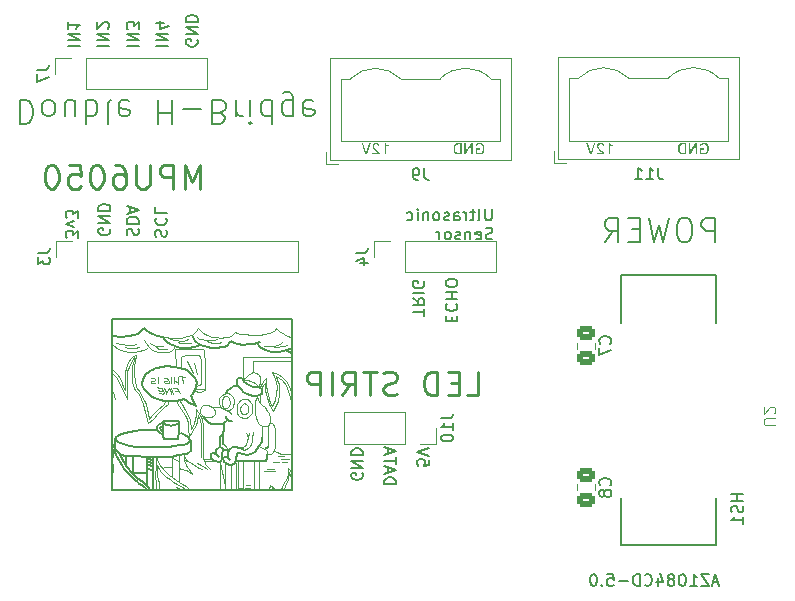
<source format=gbo>
G04 #@! TF.GenerationSoftware,KiCad,Pcbnew,8.0.5*
G04 #@! TF.CreationDate,2024-10-13T23:25:24-04:00*
G04 #@! TF.ProjectId,table-2,7461626c-652d-4322-9e6b-696361645f70,1.2*
G04 #@! TF.SameCoordinates,Original*
G04 #@! TF.FileFunction,Legend,Bot*
G04 #@! TF.FilePolarity,Positive*
%FSLAX46Y46*%
G04 Gerber Fmt 4.6, Leading zero omitted, Abs format (unit mm)*
G04 Created by KiCad (PCBNEW 8.0.5) date 2024-10-13 23:25:24*
%MOMM*%
%LPD*%
G01*
G04 APERTURE LIST*
G04 Aperture macros list*
%AMRoundRect*
0 Rectangle with rounded corners*
0 $1 Rounding radius*
0 $2 $3 $4 $5 $6 $7 $8 $9 X,Y pos of 4 corners*
0 Add a 4 corners polygon primitive as box body*
4,1,4,$2,$3,$4,$5,$6,$7,$8,$9,$2,$3,0*
0 Add four circle primitives for the rounded corners*
1,1,$1+$1,$2,$3*
1,1,$1+$1,$4,$5*
1,1,$1+$1,$6,$7*
1,1,$1+$1,$8,$9*
0 Add four rect primitives between the rounded corners*
20,1,$1+$1,$2,$3,$4,$5,0*
20,1,$1+$1,$4,$5,$6,$7,0*
20,1,$1+$1,$6,$7,$8,$9,0*
20,1,$1+$1,$8,$9,$2,$3,0*%
%AMOutline4P*
0 Free polygon, 4 corners , with rotation*
0 The origin of the aperture is its center*
0 number of corners: always 4*
0 $1 to $8 corner X, Y*
0 $9 Rotation angle, in degrees counterclockwise*
0 create outline with 4 corners*
4,1,4,$1,$2,$3,$4,$5,$6,$7,$8,$1,$2,$9*%
G04 Aperture macros list end*
%ADD10C,0.150000*%
%ADD11C,0.250000*%
%ADD12C,0.060000*%
%ADD13C,0.100000*%
%ADD14C,0.120000*%
%ADD15C,0.130000*%
%ADD16C,0.140000*%
%ADD17C,0.127000*%
%ADD18C,0.010000*%
%ADD19C,1.800000*%
%ADD20R,1.500000X1.500000*%
%ADD21C,1.500000*%
%ADD22C,3.500000*%
%ADD23C,2.200000*%
%ADD24C,1.700000*%
%ADD25O,1.100000X1.700000*%
%ADD26C,1.676400*%
%ADD27Outline4P,-0.838200X-0.838200X0.838200X-0.838200X0.838200X0.838200X-0.838200X0.838200X0.000000*%
%ADD28R,1.676400X1.676400*%
%ADD29R,1.700000X1.700000*%
%ADD30O,1.700000X1.700000*%
%ADD31RoundRect,0.250000X0.475000X-0.337500X0.475000X0.337500X-0.475000X0.337500X-0.475000X-0.337500X0*%
%ADD32R,2.540000X2.540000*%
%ADD33C,2.540000*%
%ADD34R,2.500000X1.500000*%
%ADD35R,7.000000X7.000000*%
G04 APERTURE END LIST*
D10*
X154730180Y-80187030D02*
X154730180Y-80663220D01*
X154730180Y-80663220D02*
X154253990Y-80710839D01*
X154253990Y-80710839D02*
X154301609Y-80663220D01*
X154301609Y-80663220D02*
X154349228Y-80567982D01*
X154349228Y-80567982D02*
X154349228Y-80329887D01*
X154349228Y-80329887D02*
X154301609Y-80234649D01*
X154301609Y-80234649D02*
X154253990Y-80187030D01*
X154253990Y-80187030D02*
X154158752Y-80139411D01*
X154158752Y-80139411D02*
X153920657Y-80139411D01*
X153920657Y-80139411D02*
X153825419Y-80187030D01*
X153825419Y-80187030D02*
X153777800Y-80234649D01*
X153777800Y-80234649D02*
X153730180Y-80329887D01*
X153730180Y-80329887D02*
X153730180Y-80567982D01*
X153730180Y-80567982D02*
X153777800Y-80663220D01*
X153777800Y-80663220D02*
X153825419Y-80710839D01*
X154730180Y-79853696D02*
X153730180Y-79520363D01*
X153730180Y-79520363D02*
X154730180Y-79187030D01*
X150930180Y-82263220D02*
X151930180Y-82263220D01*
X151930180Y-82263220D02*
X151930180Y-82025125D01*
X151930180Y-82025125D02*
X151882561Y-81882268D01*
X151882561Y-81882268D02*
X151787323Y-81787030D01*
X151787323Y-81787030D02*
X151692085Y-81739411D01*
X151692085Y-81739411D02*
X151501609Y-81691792D01*
X151501609Y-81691792D02*
X151358752Y-81691792D01*
X151358752Y-81691792D02*
X151168276Y-81739411D01*
X151168276Y-81739411D02*
X151073038Y-81787030D01*
X151073038Y-81787030D02*
X150977800Y-81882268D01*
X150977800Y-81882268D02*
X150930180Y-82025125D01*
X150930180Y-82025125D02*
X150930180Y-82263220D01*
X151215895Y-81310839D02*
X151215895Y-80834649D01*
X150930180Y-81406077D02*
X151930180Y-81072744D01*
X151930180Y-81072744D02*
X150930180Y-80739411D01*
X151930180Y-80548934D02*
X151930180Y-79977506D01*
X150930180Y-80263220D02*
X151930180Y-80263220D01*
X151215895Y-79691791D02*
X151215895Y-79215601D01*
X150930180Y-79787029D02*
X151930180Y-79453696D01*
X151930180Y-79453696D02*
X150930180Y-79120363D01*
X149082561Y-81339411D02*
X149130180Y-81434649D01*
X149130180Y-81434649D02*
X149130180Y-81577506D01*
X149130180Y-81577506D02*
X149082561Y-81720363D01*
X149082561Y-81720363D02*
X148987323Y-81815601D01*
X148987323Y-81815601D02*
X148892085Y-81863220D01*
X148892085Y-81863220D02*
X148701609Y-81910839D01*
X148701609Y-81910839D02*
X148558752Y-81910839D01*
X148558752Y-81910839D02*
X148368276Y-81863220D01*
X148368276Y-81863220D02*
X148273038Y-81815601D01*
X148273038Y-81815601D02*
X148177800Y-81720363D01*
X148177800Y-81720363D02*
X148130180Y-81577506D01*
X148130180Y-81577506D02*
X148130180Y-81482268D01*
X148130180Y-81482268D02*
X148177800Y-81339411D01*
X148177800Y-81339411D02*
X148225419Y-81291792D01*
X148225419Y-81291792D02*
X148558752Y-81291792D01*
X148558752Y-81291792D02*
X148558752Y-81482268D01*
X148130180Y-80863220D02*
X149130180Y-80863220D01*
X149130180Y-80863220D02*
X148130180Y-80291792D01*
X148130180Y-80291792D02*
X149130180Y-80291792D01*
X148130180Y-79815601D02*
X149130180Y-79815601D01*
X149130180Y-79815601D02*
X149130180Y-79577506D01*
X149130180Y-79577506D02*
X149082561Y-79434649D01*
X149082561Y-79434649D02*
X148987323Y-79339411D01*
X148987323Y-79339411D02*
X148892085Y-79291792D01*
X148892085Y-79291792D02*
X148701609Y-79244173D01*
X148701609Y-79244173D02*
X148558752Y-79244173D01*
X148558752Y-79244173D02*
X148368276Y-79291792D01*
X148368276Y-79291792D02*
X148273038Y-79339411D01*
X148273038Y-79339411D02*
X148177800Y-79434649D01*
X148177800Y-79434649D02*
X148130180Y-79577506D01*
X148130180Y-79577506D02*
X148130180Y-79815601D01*
X156653990Y-68463220D02*
X156653990Y-68129887D01*
X156130180Y-67987030D02*
X156130180Y-68463220D01*
X156130180Y-68463220D02*
X157130180Y-68463220D01*
X157130180Y-68463220D02*
X157130180Y-67987030D01*
X156225419Y-66987030D02*
X156177800Y-67034649D01*
X156177800Y-67034649D02*
X156130180Y-67177506D01*
X156130180Y-67177506D02*
X156130180Y-67272744D01*
X156130180Y-67272744D02*
X156177800Y-67415601D01*
X156177800Y-67415601D02*
X156273038Y-67510839D01*
X156273038Y-67510839D02*
X156368276Y-67558458D01*
X156368276Y-67558458D02*
X156558752Y-67606077D01*
X156558752Y-67606077D02*
X156701609Y-67606077D01*
X156701609Y-67606077D02*
X156892085Y-67558458D01*
X156892085Y-67558458D02*
X156987323Y-67510839D01*
X156987323Y-67510839D02*
X157082561Y-67415601D01*
X157082561Y-67415601D02*
X157130180Y-67272744D01*
X157130180Y-67272744D02*
X157130180Y-67177506D01*
X157130180Y-67177506D02*
X157082561Y-67034649D01*
X157082561Y-67034649D02*
X157034942Y-66987030D01*
X156130180Y-66558458D02*
X157130180Y-66558458D01*
X156653990Y-66558458D02*
X156653990Y-65987030D01*
X156130180Y-65987030D02*
X157130180Y-65987030D01*
X157130180Y-65320363D02*
X157130180Y-65129887D01*
X157130180Y-65129887D02*
X157082561Y-65034649D01*
X157082561Y-65034649D02*
X156987323Y-64939411D01*
X156987323Y-64939411D02*
X156796847Y-64891792D01*
X156796847Y-64891792D02*
X156463514Y-64891792D01*
X156463514Y-64891792D02*
X156273038Y-64939411D01*
X156273038Y-64939411D02*
X156177800Y-65034649D01*
X156177800Y-65034649D02*
X156130180Y-65129887D01*
X156130180Y-65129887D02*
X156130180Y-65320363D01*
X156130180Y-65320363D02*
X156177800Y-65415601D01*
X156177800Y-65415601D02*
X156273038Y-65510839D01*
X156273038Y-65510839D02*
X156463514Y-65558458D01*
X156463514Y-65558458D02*
X156796847Y-65558458D01*
X156796847Y-65558458D02*
X156987323Y-65510839D01*
X156987323Y-65510839D02*
X157082561Y-65415601D01*
X157082561Y-65415601D02*
X157130180Y-65320363D01*
X154330180Y-68006077D02*
X154330180Y-67434649D01*
X153330180Y-67720363D02*
X154330180Y-67720363D01*
X153330180Y-66529887D02*
X153806371Y-66863220D01*
X153330180Y-67101315D02*
X154330180Y-67101315D01*
X154330180Y-67101315D02*
X154330180Y-66720363D01*
X154330180Y-66720363D02*
X154282561Y-66625125D01*
X154282561Y-66625125D02*
X154234942Y-66577506D01*
X154234942Y-66577506D02*
X154139704Y-66529887D01*
X154139704Y-66529887D02*
X153996847Y-66529887D01*
X153996847Y-66529887D02*
X153901609Y-66577506D01*
X153901609Y-66577506D02*
X153853990Y-66625125D01*
X153853990Y-66625125D02*
X153806371Y-66720363D01*
X153806371Y-66720363D02*
X153806371Y-67101315D01*
X153330180Y-66101315D02*
X154330180Y-66101315D01*
X154282561Y-65101316D02*
X154330180Y-65196554D01*
X154330180Y-65196554D02*
X154330180Y-65339411D01*
X154330180Y-65339411D02*
X154282561Y-65482268D01*
X154282561Y-65482268D02*
X154187323Y-65577506D01*
X154187323Y-65577506D02*
X154092085Y-65625125D01*
X154092085Y-65625125D02*
X153901609Y-65672744D01*
X153901609Y-65672744D02*
X153758752Y-65672744D01*
X153758752Y-65672744D02*
X153568276Y-65625125D01*
X153568276Y-65625125D02*
X153473038Y-65577506D01*
X153473038Y-65577506D02*
X153377800Y-65482268D01*
X153377800Y-65482268D02*
X153330180Y-65339411D01*
X153330180Y-65339411D02*
X153330180Y-65244173D01*
X153330180Y-65244173D02*
X153377800Y-65101316D01*
X153377800Y-65101316D02*
X153425419Y-65053697D01*
X153425419Y-65053697D02*
X153758752Y-65053697D01*
X153758752Y-65053697D02*
X153758752Y-65244173D01*
X131577800Y-61310839D02*
X131530180Y-61167982D01*
X131530180Y-61167982D02*
X131530180Y-60929887D01*
X131530180Y-60929887D02*
X131577800Y-60834649D01*
X131577800Y-60834649D02*
X131625419Y-60787030D01*
X131625419Y-60787030D02*
X131720657Y-60739411D01*
X131720657Y-60739411D02*
X131815895Y-60739411D01*
X131815895Y-60739411D02*
X131911133Y-60787030D01*
X131911133Y-60787030D02*
X131958752Y-60834649D01*
X131958752Y-60834649D02*
X132006371Y-60929887D01*
X132006371Y-60929887D02*
X132053990Y-61120363D01*
X132053990Y-61120363D02*
X132101609Y-61215601D01*
X132101609Y-61215601D02*
X132149228Y-61263220D01*
X132149228Y-61263220D02*
X132244466Y-61310839D01*
X132244466Y-61310839D02*
X132339704Y-61310839D01*
X132339704Y-61310839D02*
X132434942Y-61263220D01*
X132434942Y-61263220D02*
X132482561Y-61215601D01*
X132482561Y-61215601D02*
X132530180Y-61120363D01*
X132530180Y-61120363D02*
X132530180Y-60882268D01*
X132530180Y-60882268D02*
X132482561Y-60739411D01*
X131625419Y-59739411D02*
X131577800Y-59787030D01*
X131577800Y-59787030D02*
X131530180Y-59929887D01*
X131530180Y-59929887D02*
X131530180Y-60025125D01*
X131530180Y-60025125D02*
X131577800Y-60167982D01*
X131577800Y-60167982D02*
X131673038Y-60263220D01*
X131673038Y-60263220D02*
X131768276Y-60310839D01*
X131768276Y-60310839D02*
X131958752Y-60358458D01*
X131958752Y-60358458D02*
X132101609Y-60358458D01*
X132101609Y-60358458D02*
X132292085Y-60310839D01*
X132292085Y-60310839D02*
X132387323Y-60263220D01*
X132387323Y-60263220D02*
X132482561Y-60167982D01*
X132482561Y-60167982D02*
X132530180Y-60025125D01*
X132530180Y-60025125D02*
X132530180Y-59929887D01*
X132530180Y-59929887D02*
X132482561Y-59787030D01*
X132482561Y-59787030D02*
X132434942Y-59739411D01*
X131530180Y-58834649D02*
X131530180Y-59310839D01*
X131530180Y-59310839D02*
X132530180Y-59310839D01*
X129177800Y-61210839D02*
X129130180Y-61067982D01*
X129130180Y-61067982D02*
X129130180Y-60829887D01*
X129130180Y-60829887D02*
X129177800Y-60734649D01*
X129177800Y-60734649D02*
X129225419Y-60687030D01*
X129225419Y-60687030D02*
X129320657Y-60639411D01*
X129320657Y-60639411D02*
X129415895Y-60639411D01*
X129415895Y-60639411D02*
X129511133Y-60687030D01*
X129511133Y-60687030D02*
X129558752Y-60734649D01*
X129558752Y-60734649D02*
X129606371Y-60829887D01*
X129606371Y-60829887D02*
X129653990Y-61020363D01*
X129653990Y-61020363D02*
X129701609Y-61115601D01*
X129701609Y-61115601D02*
X129749228Y-61163220D01*
X129749228Y-61163220D02*
X129844466Y-61210839D01*
X129844466Y-61210839D02*
X129939704Y-61210839D01*
X129939704Y-61210839D02*
X130034942Y-61163220D01*
X130034942Y-61163220D02*
X130082561Y-61115601D01*
X130082561Y-61115601D02*
X130130180Y-61020363D01*
X130130180Y-61020363D02*
X130130180Y-60782268D01*
X130130180Y-60782268D02*
X130082561Y-60639411D01*
X129130180Y-60210839D02*
X130130180Y-60210839D01*
X130130180Y-60210839D02*
X130130180Y-59972744D01*
X130130180Y-59972744D02*
X130082561Y-59829887D01*
X130082561Y-59829887D02*
X129987323Y-59734649D01*
X129987323Y-59734649D02*
X129892085Y-59687030D01*
X129892085Y-59687030D02*
X129701609Y-59639411D01*
X129701609Y-59639411D02*
X129558752Y-59639411D01*
X129558752Y-59639411D02*
X129368276Y-59687030D01*
X129368276Y-59687030D02*
X129273038Y-59734649D01*
X129273038Y-59734649D02*
X129177800Y-59829887D01*
X129177800Y-59829887D02*
X129130180Y-59972744D01*
X129130180Y-59972744D02*
X129130180Y-60210839D01*
X129415895Y-59258458D02*
X129415895Y-58782268D01*
X129130180Y-59353696D02*
X130130180Y-59020363D01*
X130130180Y-59020363D02*
X129130180Y-58687030D01*
X127682561Y-60639411D02*
X127730180Y-60734649D01*
X127730180Y-60734649D02*
X127730180Y-60877506D01*
X127730180Y-60877506D02*
X127682561Y-61020363D01*
X127682561Y-61020363D02*
X127587323Y-61115601D01*
X127587323Y-61115601D02*
X127492085Y-61163220D01*
X127492085Y-61163220D02*
X127301609Y-61210839D01*
X127301609Y-61210839D02*
X127158752Y-61210839D01*
X127158752Y-61210839D02*
X126968276Y-61163220D01*
X126968276Y-61163220D02*
X126873038Y-61115601D01*
X126873038Y-61115601D02*
X126777800Y-61020363D01*
X126777800Y-61020363D02*
X126730180Y-60877506D01*
X126730180Y-60877506D02*
X126730180Y-60782268D01*
X126730180Y-60782268D02*
X126777800Y-60639411D01*
X126777800Y-60639411D02*
X126825419Y-60591792D01*
X126825419Y-60591792D02*
X127158752Y-60591792D01*
X127158752Y-60591792D02*
X127158752Y-60782268D01*
X126730180Y-60163220D02*
X127730180Y-60163220D01*
X127730180Y-60163220D02*
X126730180Y-59591792D01*
X126730180Y-59591792D02*
X127730180Y-59591792D01*
X126730180Y-59115601D02*
X127730180Y-59115601D01*
X127730180Y-59115601D02*
X127730180Y-58877506D01*
X127730180Y-58877506D02*
X127682561Y-58734649D01*
X127682561Y-58734649D02*
X127587323Y-58639411D01*
X127587323Y-58639411D02*
X127492085Y-58591792D01*
X127492085Y-58591792D02*
X127301609Y-58544173D01*
X127301609Y-58544173D02*
X127158752Y-58544173D01*
X127158752Y-58544173D02*
X126968276Y-58591792D01*
X126968276Y-58591792D02*
X126873038Y-58639411D01*
X126873038Y-58639411D02*
X126777800Y-58734649D01*
X126777800Y-58734649D02*
X126730180Y-58877506D01*
X126730180Y-58877506D02*
X126730180Y-59115601D01*
X124965180Y-61428458D02*
X124965180Y-60809411D01*
X124965180Y-60809411D02*
X124584228Y-61142744D01*
X124584228Y-61142744D02*
X124584228Y-60999887D01*
X124584228Y-60999887D02*
X124536609Y-60904649D01*
X124536609Y-60904649D02*
X124488990Y-60857030D01*
X124488990Y-60857030D02*
X124393752Y-60809411D01*
X124393752Y-60809411D02*
X124155657Y-60809411D01*
X124155657Y-60809411D02*
X124060419Y-60857030D01*
X124060419Y-60857030D02*
X124012800Y-60904649D01*
X124012800Y-60904649D02*
X123965180Y-60999887D01*
X123965180Y-60999887D02*
X123965180Y-61285601D01*
X123965180Y-61285601D02*
X124012800Y-61380839D01*
X124012800Y-61380839D02*
X124060419Y-61428458D01*
X124631847Y-60476077D02*
X123965180Y-60237982D01*
X123965180Y-60237982D02*
X124631847Y-59999887D01*
X124965180Y-59714172D02*
X124965180Y-59095125D01*
X124965180Y-59095125D02*
X124584228Y-59428458D01*
X124584228Y-59428458D02*
X124584228Y-59285601D01*
X124584228Y-59285601D02*
X124536609Y-59190363D01*
X124536609Y-59190363D02*
X124488990Y-59142744D01*
X124488990Y-59142744D02*
X124393752Y-59095125D01*
X124393752Y-59095125D02*
X124155657Y-59095125D01*
X124155657Y-59095125D02*
X124060419Y-59142744D01*
X124060419Y-59142744D02*
X124012800Y-59190363D01*
X124012800Y-59190363D02*
X123965180Y-59285601D01*
X123965180Y-59285601D02*
X123965180Y-59571315D01*
X123965180Y-59571315D02*
X124012800Y-59666553D01*
X124012800Y-59666553D02*
X124060419Y-59714172D01*
X135082561Y-44639411D02*
X135130180Y-44734649D01*
X135130180Y-44734649D02*
X135130180Y-44877506D01*
X135130180Y-44877506D02*
X135082561Y-45020363D01*
X135082561Y-45020363D02*
X134987323Y-45115601D01*
X134987323Y-45115601D02*
X134892085Y-45163220D01*
X134892085Y-45163220D02*
X134701609Y-45210839D01*
X134701609Y-45210839D02*
X134558752Y-45210839D01*
X134558752Y-45210839D02*
X134368276Y-45163220D01*
X134368276Y-45163220D02*
X134273038Y-45115601D01*
X134273038Y-45115601D02*
X134177800Y-45020363D01*
X134177800Y-45020363D02*
X134130180Y-44877506D01*
X134130180Y-44877506D02*
X134130180Y-44782268D01*
X134130180Y-44782268D02*
X134177800Y-44639411D01*
X134177800Y-44639411D02*
X134225419Y-44591792D01*
X134225419Y-44591792D02*
X134558752Y-44591792D01*
X134558752Y-44591792D02*
X134558752Y-44782268D01*
X134130180Y-44163220D02*
X135130180Y-44163220D01*
X135130180Y-44163220D02*
X134130180Y-43591792D01*
X134130180Y-43591792D02*
X135130180Y-43591792D01*
X134130180Y-43115601D02*
X135130180Y-43115601D01*
X135130180Y-43115601D02*
X135130180Y-42877506D01*
X135130180Y-42877506D02*
X135082561Y-42734649D01*
X135082561Y-42734649D02*
X134987323Y-42639411D01*
X134987323Y-42639411D02*
X134892085Y-42591792D01*
X134892085Y-42591792D02*
X134701609Y-42544173D01*
X134701609Y-42544173D02*
X134558752Y-42544173D01*
X134558752Y-42544173D02*
X134368276Y-42591792D01*
X134368276Y-42591792D02*
X134273038Y-42639411D01*
X134273038Y-42639411D02*
X134177800Y-42734649D01*
X134177800Y-42734649D02*
X134130180Y-42877506D01*
X134130180Y-42877506D02*
X134130180Y-43115601D01*
X131630180Y-45163220D02*
X132630180Y-45163220D01*
X131630180Y-44687030D02*
X132630180Y-44687030D01*
X132630180Y-44687030D02*
X131630180Y-44115602D01*
X131630180Y-44115602D02*
X132630180Y-44115602D01*
X132296847Y-43210840D02*
X131630180Y-43210840D01*
X132677800Y-43448935D02*
X131963514Y-43687030D01*
X131963514Y-43687030D02*
X131963514Y-43067983D01*
X129130180Y-45163220D02*
X130130180Y-45163220D01*
X129130180Y-44687030D02*
X130130180Y-44687030D01*
X130130180Y-44687030D02*
X129130180Y-44115602D01*
X129130180Y-44115602D02*
X130130180Y-44115602D01*
X130130180Y-43734649D02*
X130130180Y-43115602D01*
X130130180Y-43115602D02*
X129749228Y-43448935D01*
X129749228Y-43448935D02*
X129749228Y-43306078D01*
X129749228Y-43306078D02*
X129701609Y-43210840D01*
X129701609Y-43210840D02*
X129653990Y-43163221D01*
X129653990Y-43163221D02*
X129558752Y-43115602D01*
X129558752Y-43115602D02*
X129320657Y-43115602D01*
X129320657Y-43115602D02*
X129225419Y-43163221D01*
X129225419Y-43163221D02*
X129177800Y-43210840D01*
X129177800Y-43210840D02*
X129130180Y-43306078D01*
X129130180Y-43306078D02*
X129130180Y-43591792D01*
X129130180Y-43591792D02*
X129177800Y-43687030D01*
X129177800Y-43687030D02*
X129225419Y-43734649D01*
X126630180Y-45163220D02*
X127630180Y-45163220D01*
X126630180Y-44687030D02*
X127630180Y-44687030D01*
X127630180Y-44687030D02*
X126630180Y-44115602D01*
X126630180Y-44115602D02*
X127630180Y-44115602D01*
X127534942Y-43687030D02*
X127582561Y-43639411D01*
X127582561Y-43639411D02*
X127630180Y-43544173D01*
X127630180Y-43544173D02*
X127630180Y-43306078D01*
X127630180Y-43306078D02*
X127582561Y-43210840D01*
X127582561Y-43210840D02*
X127534942Y-43163221D01*
X127534942Y-43163221D02*
X127439704Y-43115602D01*
X127439704Y-43115602D02*
X127344466Y-43115602D01*
X127344466Y-43115602D02*
X127201609Y-43163221D01*
X127201609Y-43163221D02*
X126630180Y-43734649D01*
X126630180Y-43734649D02*
X126630180Y-43115602D01*
X124130180Y-45163220D02*
X125130180Y-45163220D01*
X124130180Y-44687030D02*
X125130180Y-44687030D01*
X125130180Y-44687030D02*
X124130180Y-44115602D01*
X124130180Y-44115602D02*
X125130180Y-44115602D01*
X124130180Y-43115602D02*
X124130180Y-43687030D01*
X124130180Y-43401316D02*
X125130180Y-43401316D01*
X125130180Y-43401316D02*
X124987323Y-43496554D01*
X124987323Y-43496554D02*
X124892085Y-43591792D01*
X124892085Y-43591792D02*
X124844466Y-43687030D01*
G36*
X151076727Y-54330000D02*
G01*
X151076727Y-53652714D01*
X151307048Y-53652714D01*
X151307048Y-53564054D01*
X151258061Y-53560005D01*
X151208053Y-53552643D01*
X151165875Y-53541584D01*
X151120940Y-53518524D01*
X151091137Y-53490048D01*
X151065858Y-53444314D01*
X151048982Y-53395507D01*
X151043754Y-53376475D01*
X150952407Y-53376475D01*
X150952407Y-54330000D01*
X151076727Y-54330000D01*
G37*
G36*
X150540858Y-54330000D02*
G01*
X150540858Y-54196154D01*
X150500237Y-54161606D01*
X150462517Y-54129278D01*
X150419445Y-54091991D01*
X150380905Y-54058175D01*
X150340640Y-54022177D01*
X150301911Y-53986496D01*
X150297103Y-53981953D01*
X150260894Y-53947057D01*
X150224101Y-53910208D01*
X150188113Y-53872255D01*
X150172051Y-53854459D01*
X150140619Y-53816352D01*
X150112386Y-53775571D01*
X150095359Y-53745526D01*
X150076826Y-53697020D01*
X150068910Y-53648546D01*
X150068248Y-53629023D01*
X150074808Y-53580033D01*
X150096721Y-53535875D01*
X150114898Y-53515938D01*
X150157921Y-53488422D01*
X150206722Y-53475473D01*
X150239218Y-53473440D01*
X150290543Y-53478180D01*
X150337541Y-53494012D01*
X150359141Y-53507145D01*
X150397035Y-53540611D01*
X150429506Y-53582025D01*
X150437787Y-53595317D01*
X150543545Y-53527418D01*
X150513551Y-53481803D01*
X150479076Y-53443878D01*
X150440118Y-53413642D01*
X150416538Y-53400167D01*
X150370685Y-53381158D01*
X150320505Y-53368371D01*
X150265997Y-53361804D01*
X150233845Y-53360844D01*
X150184113Y-53363248D01*
X150131195Y-53372131D01*
X150083769Y-53387558D01*
X150036294Y-53413203D01*
X150015247Y-53429232D01*
X149979878Y-53466845D01*
X149954614Y-53511542D01*
X149939456Y-53563321D01*
X149934482Y-53614439D01*
X149934403Y-53622184D01*
X149937345Y-53672093D01*
X149947096Y-53722957D01*
X149952233Y-53740397D01*
X149971714Y-53787715D01*
X149996752Y-53829894D01*
X150008164Y-53845666D01*
X150040416Y-53885245D01*
X150076437Y-53925086D01*
X150110502Y-53960216D01*
X150146179Y-53994338D01*
X150188814Y-54033167D01*
X150232845Y-54072280D01*
X150273633Y-54107993D01*
X150319368Y-54147637D01*
X150356914Y-54179949D01*
X150397243Y-54214473D01*
X149903384Y-54214473D01*
X149903384Y-54330000D01*
X150540858Y-54330000D01*
G37*
G36*
X149320865Y-54330000D02*
G01*
X149491346Y-54330000D01*
X149789567Y-53376475D01*
X149656943Y-53376475D01*
X149402686Y-54207634D01*
X149147941Y-53376475D01*
X149018004Y-53376475D01*
X149320865Y-54330000D01*
G37*
G36*
X170076727Y-54330000D02*
G01*
X170076727Y-53652714D01*
X170307048Y-53652714D01*
X170307048Y-53564054D01*
X170258061Y-53560005D01*
X170208053Y-53552643D01*
X170165875Y-53541584D01*
X170120940Y-53518524D01*
X170091137Y-53490048D01*
X170065858Y-53444314D01*
X170048982Y-53395507D01*
X170043754Y-53376475D01*
X169952407Y-53376475D01*
X169952407Y-54330000D01*
X170076727Y-54330000D01*
G37*
G36*
X169540858Y-54330000D02*
G01*
X169540858Y-54196154D01*
X169500237Y-54161606D01*
X169462517Y-54129278D01*
X169419445Y-54091991D01*
X169380905Y-54058175D01*
X169340640Y-54022177D01*
X169301911Y-53986496D01*
X169297103Y-53981953D01*
X169260894Y-53947057D01*
X169224101Y-53910208D01*
X169188113Y-53872255D01*
X169172051Y-53854459D01*
X169140619Y-53816352D01*
X169112386Y-53775571D01*
X169095359Y-53745526D01*
X169076826Y-53697020D01*
X169068910Y-53648546D01*
X169068248Y-53629023D01*
X169074808Y-53580033D01*
X169096721Y-53535875D01*
X169114898Y-53515938D01*
X169157921Y-53488422D01*
X169206722Y-53475473D01*
X169239218Y-53473440D01*
X169290543Y-53478180D01*
X169337541Y-53494012D01*
X169359141Y-53507145D01*
X169397035Y-53540611D01*
X169429506Y-53582025D01*
X169437787Y-53595317D01*
X169543545Y-53527418D01*
X169513551Y-53481803D01*
X169479076Y-53443878D01*
X169440118Y-53413642D01*
X169416538Y-53400167D01*
X169370685Y-53381158D01*
X169320505Y-53368371D01*
X169265997Y-53361804D01*
X169233845Y-53360844D01*
X169184113Y-53363248D01*
X169131195Y-53372131D01*
X169083769Y-53387558D01*
X169036294Y-53413203D01*
X169015247Y-53429232D01*
X168979878Y-53466845D01*
X168954614Y-53511542D01*
X168939456Y-53563321D01*
X168934482Y-53614439D01*
X168934403Y-53622184D01*
X168937345Y-53672093D01*
X168947096Y-53722957D01*
X168952233Y-53740397D01*
X168971714Y-53787715D01*
X168996752Y-53829894D01*
X169008164Y-53845666D01*
X169040416Y-53885245D01*
X169076437Y-53925086D01*
X169110502Y-53960216D01*
X169146179Y-53994338D01*
X169188814Y-54033167D01*
X169232845Y-54072280D01*
X169273633Y-54107993D01*
X169319368Y-54147637D01*
X169356914Y-54179949D01*
X169397243Y-54214473D01*
X168903384Y-54214473D01*
X168903384Y-54330000D01*
X169540858Y-54330000D01*
G37*
G36*
X168320865Y-54330000D02*
G01*
X168491346Y-54330000D01*
X168789567Y-53376475D01*
X168656943Y-53376475D01*
X168402686Y-54207634D01*
X168147941Y-53376475D01*
X168018004Y-53376475D01*
X168320865Y-54330000D01*
G37*
G36*
X158761653Y-53610949D02*
G01*
X158790024Y-53567592D01*
X158824576Y-53531310D01*
X158851046Y-53511053D01*
X158898090Y-53488133D01*
X158950808Y-53476415D01*
X159000767Y-53473440D01*
X159051835Y-53476754D01*
X159104598Y-53488999D01*
X159150022Y-53510267D01*
X159192948Y-53545621D01*
X159210816Y-53567718D01*
X159236797Y-53613649D01*
X159253988Y-53660647D01*
X159266490Y-53714685D01*
X159273327Y-53765096D01*
X159276908Y-53820397D01*
X159277494Y-53855924D01*
X159275735Y-53915312D01*
X159270458Y-53969368D01*
X159261663Y-54018094D01*
X159246464Y-54069528D01*
X159222330Y-54119832D01*
X159205443Y-54143886D01*
X159170471Y-54178623D01*
X159128813Y-54204828D01*
X159080471Y-54222501D01*
X159025443Y-54231642D01*
X158990997Y-54233035D01*
X158941248Y-54230566D01*
X158892087Y-54222491D01*
X158889148Y-54221800D01*
X158840055Y-54208061D01*
X158793893Y-54191933D01*
X158787055Y-54189316D01*
X158787055Y-53960216D01*
X159017864Y-53960216D01*
X159017864Y-53845422D01*
X158659804Y-53845422D01*
X158659804Y-54258681D01*
X158708252Y-54282327D01*
X158756509Y-54302587D01*
X158804575Y-54319460D01*
X158814166Y-54322428D01*
X158864283Y-54334664D01*
X158913386Y-54341802D01*
X158966275Y-54345268D01*
X158990997Y-54345631D01*
X159042811Y-54343723D01*
X159102695Y-54335971D01*
X159157152Y-54322256D01*
X159206183Y-54302578D01*
X159249788Y-54276938D01*
X159287966Y-54245334D01*
X159308269Y-54223510D01*
X159337962Y-54182241D01*
X159362622Y-54134914D01*
X159382250Y-54081529D01*
X159396845Y-54022086D01*
X159404897Y-53970169D01*
X159409729Y-53914375D01*
X159411339Y-53854703D01*
X159409725Y-53794180D01*
X159404882Y-53737665D01*
X159396811Y-53685156D01*
X159385511Y-53636655D01*
X159366845Y-53581664D01*
X159343135Y-53532933D01*
X159314381Y-53490464D01*
X159308025Y-53482721D01*
X159273246Y-53447610D01*
X159233483Y-53418450D01*
X159188734Y-53395241D01*
X159139001Y-53377983D01*
X159084282Y-53366676D01*
X159024579Y-53361320D01*
X158999302Y-53360844D01*
X158949755Y-53362831D01*
X158896881Y-53369967D01*
X158848005Y-53382294D01*
X158797801Y-53402365D01*
X158752425Y-53430107D01*
X158711918Y-53466619D01*
X158679998Y-53506438D01*
X158658583Y-53540851D01*
X158761653Y-53610949D01*
G37*
G36*
X157872854Y-54330000D02*
G01*
X158301988Y-53511297D01*
X158301988Y-54330000D01*
X158424354Y-54330000D01*
X158424354Y-53376475D01*
X158238241Y-53376475D01*
X157844521Y-54126057D01*
X157844521Y-53376475D01*
X157722400Y-53376475D01*
X157722400Y-54330000D01*
X157872854Y-54330000D01*
G37*
G36*
X157485973Y-54330000D02*
G01*
X157244173Y-54330000D01*
X157192769Y-54328843D01*
X157136029Y-54324401D01*
X157084681Y-54316627D01*
X157031590Y-54303346D01*
X156979902Y-54282616D01*
X156936060Y-54255322D01*
X156898325Y-54221067D01*
X156866695Y-54179851D01*
X156841172Y-54131674D01*
X156833140Y-54111630D01*
X156817473Y-54059985D01*
X156807466Y-54010286D01*
X156800620Y-53955571D01*
X156797328Y-53906146D01*
X156796231Y-53853237D01*
X156796237Y-53851772D01*
X156930321Y-53851772D01*
X156930351Y-53860412D01*
X156932259Y-53917489D01*
X156937136Y-53968604D01*
X156946345Y-54019724D01*
X156961339Y-54067927D01*
X156984247Y-54111910D01*
X157017930Y-54150814D01*
X157060502Y-54179790D01*
X157098131Y-54194964D01*
X157148966Y-54206852D01*
X157201711Y-54212813D01*
X157253698Y-54214473D01*
X157359455Y-54214473D01*
X157359455Y-53491270D01*
X157253698Y-53491270D01*
X157216190Y-53492122D01*
X157161758Y-53497034D01*
X157108733Y-53507778D01*
X157060013Y-53526196D01*
X157016972Y-53555062D01*
X156983223Y-53593972D01*
X156960607Y-53638060D01*
X156956939Y-53647939D01*
X156943364Y-53698134D01*
X156935319Y-53750635D01*
X156931385Y-53802659D01*
X156930321Y-53851772D01*
X156796237Y-53851772D01*
X156796276Y-53842497D01*
X156797854Y-53790812D01*
X156802723Y-53733230D01*
X156810837Y-53680491D01*
X156824406Y-53625083D01*
X156842393Y-53576266D01*
X156868497Y-53527753D01*
X156900889Y-53486263D01*
X156939571Y-53451794D01*
X156984542Y-53424347D01*
X156990610Y-53421402D01*
X157036933Y-53403403D01*
X157089987Y-53389986D01*
X157140820Y-53382132D01*
X157196599Y-53377644D01*
X157246859Y-53376475D01*
X157485973Y-53376475D01*
X157485973Y-54330000D01*
G37*
G36*
X177761653Y-53610949D02*
G01*
X177790024Y-53567592D01*
X177824576Y-53531310D01*
X177851046Y-53511053D01*
X177898090Y-53488133D01*
X177950808Y-53476415D01*
X178000767Y-53473440D01*
X178051835Y-53476754D01*
X178104598Y-53488999D01*
X178150022Y-53510267D01*
X178192948Y-53545621D01*
X178210816Y-53567718D01*
X178236797Y-53613649D01*
X178253988Y-53660647D01*
X178266490Y-53714685D01*
X178273327Y-53765096D01*
X178276908Y-53820397D01*
X178277494Y-53855924D01*
X178275735Y-53915312D01*
X178270458Y-53969368D01*
X178261663Y-54018094D01*
X178246464Y-54069528D01*
X178222330Y-54119832D01*
X178205443Y-54143886D01*
X178170471Y-54178623D01*
X178128813Y-54204828D01*
X178080471Y-54222501D01*
X178025443Y-54231642D01*
X177990997Y-54233035D01*
X177941248Y-54230566D01*
X177892087Y-54222491D01*
X177889148Y-54221800D01*
X177840055Y-54208061D01*
X177793893Y-54191933D01*
X177787055Y-54189316D01*
X177787055Y-53960216D01*
X178017864Y-53960216D01*
X178017864Y-53845422D01*
X177659804Y-53845422D01*
X177659804Y-54258681D01*
X177708252Y-54282327D01*
X177756509Y-54302587D01*
X177804575Y-54319460D01*
X177814166Y-54322428D01*
X177864283Y-54334664D01*
X177913386Y-54341802D01*
X177966275Y-54345268D01*
X177990997Y-54345631D01*
X178042811Y-54343723D01*
X178102695Y-54335971D01*
X178157152Y-54322256D01*
X178206183Y-54302578D01*
X178249788Y-54276938D01*
X178287966Y-54245334D01*
X178308269Y-54223510D01*
X178337962Y-54182241D01*
X178362622Y-54134914D01*
X178382250Y-54081529D01*
X178396845Y-54022086D01*
X178404897Y-53970169D01*
X178409729Y-53914375D01*
X178411339Y-53854703D01*
X178409725Y-53794180D01*
X178404882Y-53737665D01*
X178396811Y-53685156D01*
X178385511Y-53636655D01*
X178366845Y-53581664D01*
X178343135Y-53532933D01*
X178314381Y-53490464D01*
X178308025Y-53482721D01*
X178273246Y-53447610D01*
X178233483Y-53418450D01*
X178188734Y-53395241D01*
X178139001Y-53377983D01*
X178084282Y-53366676D01*
X178024579Y-53361320D01*
X177999302Y-53360844D01*
X177949755Y-53362831D01*
X177896881Y-53369967D01*
X177848005Y-53382294D01*
X177797801Y-53402365D01*
X177752425Y-53430107D01*
X177711918Y-53466619D01*
X177679998Y-53506438D01*
X177658583Y-53540851D01*
X177761653Y-53610949D01*
G37*
G36*
X176872854Y-54330000D02*
G01*
X177301988Y-53511297D01*
X177301988Y-54330000D01*
X177424354Y-54330000D01*
X177424354Y-53376475D01*
X177238241Y-53376475D01*
X176844521Y-54126057D01*
X176844521Y-53376475D01*
X176722400Y-53376475D01*
X176722400Y-54330000D01*
X176872854Y-54330000D01*
G37*
G36*
X176485973Y-54330000D02*
G01*
X176244173Y-54330000D01*
X176192769Y-54328843D01*
X176136029Y-54324401D01*
X176084681Y-54316627D01*
X176031590Y-54303346D01*
X175979902Y-54282616D01*
X175936060Y-54255322D01*
X175898325Y-54221067D01*
X175866695Y-54179851D01*
X175841172Y-54131674D01*
X175833140Y-54111630D01*
X175817473Y-54059985D01*
X175807466Y-54010286D01*
X175800620Y-53955571D01*
X175797328Y-53906146D01*
X175796231Y-53853237D01*
X175796237Y-53851772D01*
X175930321Y-53851772D01*
X175930351Y-53860412D01*
X175932259Y-53917489D01*
X175937136Y-53968604D01*
X175946345Y-54019724D01*
X175961339Y-54067927D01*
X175984247Y-54111910D01*
X176017930Y-54150814D01*
X176060502Y-54179790D01*
X176098131Y-54194964D01*
X176148966Y-54206852D01*
X176201711Y-54212813D01*
X176253698Y-54214473D01*
X176359455Y-54214473D01*
X176359455Y-53491270D01*
X176253698Y-53491270D01*
X176216190Y-53492122D01*
X176161758Y-53497034D01*
X176108733Y-53507778D01*
X176060013Y-53526196D01*
X176016972Y-53555062D01*
X175983223Y-53593972D01*
X175960607Y-53638060D01*
X175956939Y-53647939D01*
X175943364Y-53698134D01*
X175935319Y-53750635D01*
X175931385Y-53802659D01*
X175930321Y-53851772D01*
X175796237Y-53851772D01*
X175796276Y-53842497D01*
X175797854Y-53790812D01*
X175802723Y-53733230D01*
X175810837Y-53680491D01*
X175824406Y-53625083D01*
X175842393Y-53576266D01*
X175868497Y-53527753D01*
X175900889Y-53486263D01*
X175939571Y-53451794D01*
X175984542Y-53424347D01*
X175990610Y-53421402D01*
X176036933Y-53403403D01*
X176089987Y-53389986D01*
X176140820Y-53382132D01*
X176196599Y-53377644D01*
X176246859Y-53376475D01*
X176485973Y-53376475D01*
X176485973Y-54330000D01*
G37*
X179210839Y-90584104D02*
X178734649Y-90584104D01*
X179306077Y-90869819D02*
X178972744Y-89869819D01*
X178972744Y-89869819D02*
X178639411Y-90869819D01*
X178401315Y-89869819D02*
X177734649Y-89869819D01*
X177734649Y-89869819D02*
X178401315Y-90869819D01*
X178401315Y-90869819D02*
X177734649Y-90869819D01*
X176829887Y-90869819D02*
X177401315Y-90869819D01*
X177115601Y-90869819D02*
X177115601Y-89869819D01*
X177115601Y-89869819D02*
X177210839Y-90012676D01*
X177210839Y-90012676D02*
X177306077Y-90107914D01*
X177306077Y-90107914D02*
X177401315Y-90155533D01*
X176210839Y-89869819D02*
X176115601Y-89869819D01*
X176115601Y-89869819D02*
X176020363Y-89917438D01*
X176020363Y-89917438D02*
X175972744Y-89965057D01*
X175972744Y-89965057D02*
X175925125Y-90060295D01*
X175925125Y-90060295D02*
X175877506Y-90250771D01*
X175877506Y-90250771D02*
X175877506Y-90488866D01*
X175877506Y-90488866D02*
X175925125Y-90679342D01*
X175925125Y-90679342D02*
X175972744Y-90774580D01*
X175972744Y-90774580D02*
X176020363Y-90822200D01*
X176020363Y-90822200D02*
X176115601Y-90869819D01*
X176115601Y-90869819D02*
X176210839Y-90869819D01*
X176210839Y-90869819D02*
X176306077Y-90822200D01*
X176306077Y-90822200D02*
X176353696Y-90774580D01*
X176353696Y-90774580D02*
X176401315Y-90679342D01*
X176401315Y-90679342D02*
X176448934Y-90488866D01*
X176448934Y-90488866D02*
X176448934Y-90250771D01*
X176448934Y-90250771D02*
X176401315Y-90060295D01*
X176401315Y-90060295D02*
X176353696Y-89965057D01*
X176353696Y-89965057D02*
X176306077Y-89917438D01*
X176306077Y-89917438D02*
X176210839Y-89869819D01*
X175306077Y-90298390D02*
X175401315Y-90250771D01*
X175401315Y-90250771D02*
X175448934Y-90203152D01*
X175448934Y-90203152D02*
X175496553Y-90107914D01*
X175496553Y-90107914D02*
X175496553Y-90060295D01*
X175496553Y-90060295D02*
X175448934Y-89965057D01*
X175448934Y-89965057D02*
X175401315Y-89917438D01*
X175401315Y-89917438D02*
X175306077Y-89869819D01*
X175306077Y-89869819D02*
X175115601Y-89869819D01*
X175115601Y-89869819D02*
X175020363Y-89917438D01*
X175020363Y-89917438D02*
X174972744Y-89965057D01*
X174972744Y-89965057D02*
X174925125Y-90060295D01*
X174925125Y-90060295D02*
X174925125Y-90107914D01*
X174925125Y-90107914D02*
X174972744Y-90203152D01*
X174972744Y-90203152D02*
X175020363Y-90250771D01*
X175020363Y-90250771D02*
X175115601Y-90298390D01*
X175115601Y-90298390D02*
X175306077Y-90298390D01*
X175306077Y-90298390D02*
X175401315Y-90346009D01*
X175401315Y-90346009D02*
X175448934Y-90393628D01*
X175448934Y-90393628D02*
X175496553Y-90488866D01*
X175496553Y-90488866D02*
X175496553Y-90679342D01*
X175496553Y-90679342D02*
X175448934Y-90774580D01*
X175448934Y-90774580D02*
X175401315Y-90822200D01*
X175401315Y-90822200D02*
X175306077Y-90869819D01*
X175306077Y-90869819D02*
X175115601Y-90869819D01*
X175115601Y-90869819D02*
X175020363Y-90822200D01*
X175020363Y-90822200D02*
X174972744Y-90774580D01*
X174972744Y-90774580D02*
X174925125Y-90679342D01*
X174925125Y-90679342D02*
X174925125Y-90488866D01*
X174925125Y-90488866D02*
X174972744Y-90393628D01*
X174972744Y-90393628D02*
X175020363Y-90346009D01*
X175020363Y-90346009D02*
X175115601Y-90298390D01*
X174067982Y-90203152D02*
X174067982Y-90869819D01*
X174306077Y-89822200D02*
X174544172Y-90536485D01*
X174544172Y-90536485D02*
X173925125Y-90536485D01*
X172972744Y-90774580D02*
X173020363Y-90822200D01*
X173020363Y-90822200D02*
X173163220Y-90869819D01*
X173163220Y-90869819D02*
X173258458Y-90869819D01*
X173258458Y-90869819D02*
X173401315Y-90822200D01*
X173401315Y-90822200D02*
X173496553Y-90726961D01*
X173496553Y-90726961D02*
X173544172Y-90631723D01*
X173544172Y-90631723D02*
X173591791Y-90441247D01*
X173591791Y-90441247D02*
X173591791Y-90298390D01*
X173591791Y-90298390D02*
X173544172Y-90107914D01*
X173544172Y-90107914D02*
X173496553Y-90012676D01*
X173496553Y-90012676D02*
X173401315Y-89917438D01*
X173401315Y-89917438D02*
X173258458Y-89869819D01*
X173258458Y-89869819D02*
X173163220Y-89869819D01*
X173163220Y-89869819D02*
X173020363Y-89917438D01*
X173020363Y-89917438D02*
X172972744Y-89965057D01*
X172544172Y-90869819D02*
X172544172Y-89869819D01*
X172544172Y-89869819D02*
X172306077Y-89869819D01*
X172306077Y-89869819D02*
X172163220Y-89917438D01*
X172163220Y-89917438D02*
X172067982Y-90012676D01*
X172067982Y-90012676D02*
X172020363Y-90107914D01*
X172020363Y-90107914D02*
X171972744Y-90298390D01*
X171972744Y-90298390D02*
X171972744Y-90441247D01*
X171972744Y-90441247D02*
X172020363Y-90631723D01*
X172020363Y-90631723D02*
X172067982Y-90726961D01*
X172067982Y-90726961D02*
X172163220Y-90822200D01*
X172163220Y-90822200D02*
X172306077Y-90869819D01*
X172306077Y-90869819D02*
X172544172Y-90869819D01*
X171544172Y-90488866D02*
X170782268Y-90488866D01*
X169829887Y-89869819D02*
X170306077Y-89869819D01*
X170306077Y-89869819D02*
X170353696Y-90346009D01*
X170353696Y-90346009D02*
X170306077Y-90298390D01*
X170306077Y-90298390D02*
X170210839Y-90250771D01*
X170210839Y-90250771D02*
X169972744Y-90250771D01*
X169972744Y-90250771D02*
X169877506Y-90298390D01*
X169877506Y-90298390D02*
X169829887Y-90346009D01*
X169829887Y-90346009D02*
X169782268Y-90441247D01*
X169782268Y-90441247D02*
X169782268Y-90679342D01*
X169782268Y-90679342D02*
X169829887Y-90774580D01*
X169829887Y-90774580D02*
X169877506Y-90822200D01*
X169877506Y-90822200D02*
X169972744Y-90869819D01*
X169972744Y-90869819D02*
X170210839Y-90869819D01*
X170210839Y-90869819D02*
X170306077Y-90822200D01*
X170306077Y-90822200D02*
X170353696Y-90774580D01*
X169353696Y-90774580D02*
X169306077Y-90822200D01*
X169306077Y-90822200D02*
X169353696Y-90869819D01*
X169353696Y-90869819D02*
X169401315Y-90822200D01*
X169401315Y-90822200D02*
X169353696Y-90774580D01*
X169353696Y-90774580D02*
X169353696Y-90869819D01*
X168687030Y-89869819D02*
X168591792Y-89869819D01*
X168591792Y-89869819D02*
X168496554Y-89917438D01*
X168496554Y-89917438D02*
X168448935Y-89965057D01*
X168448935Y-89965057D02*
X168401316Y-90060295D01*
X168401316Y-90060295D02*
X168353697Y-90250771D01*
X168353697Y-90250771D02*
X168353697Y-90488866D01*
X168353697Y-90488866D02*
X168401316Y-90679342D01*
X168401316Y-90679342D02*
X168448935Y-90774580D01*
X168448935Y-90774580D02*
X168496554Y-90822200D01*
X168496554Y-90822200D02*
X168591792Y-90869819D01*
X168591792Y-90869819D02*
X168687030Y-90869819D01*
X168687030Y-90869819D02*
X168782268Y-90822200D01*
X168782268Y-90822200D02*
X168829887Y-90774580D01*
X168829887Y-90774580D02*
X168877506Y-90679342D01*
X168877506Y-90679342D02*
X168925125Y-90488866D01*
X168925125Y-90488866D02*
X168925125Y-90250771D01*
X168925125Y-90250771D02*
X168877506Y-90060295D01*
X168877506Y-90060295D02*
X168829887Y-89965057D01*
X168829887Y-89965057D02*
X168782268Y-89917438D01*
X168782268Y-89917438D02*
X168687030Y-89869819D01*
X178925125Y-61747438D02*
X178925125Y-59747438D01*
X178925125Y-59747438D02*
X178163220Y-59747438D01*
X178163220Y-59747438D02*
X177972744Y-59842676D01*
X177972744Y-59842676D02*
X177877506Y-59937914D01*
X177877506Y-59937914D02*
X177782268Y-60128390D01*
X177782268Y-60128390D02*
X177782268Y-60414104D01*
X177782268Y-60414104D02*
X177877506Y-60604580D01*
X177877506Y-60604580D02*
X177972744Y-60699819D01*
X177972744Y-60699819D02*
X178163220Y-60795057D01*
X178163220Y-60795057D02*
X178925125Y-60795057D01*
X176544173Y-59747438D02*
X176163220Y-59747438D01*
X176163220Y-59747438D02*
X175972744Y-59842676D01*
X175972744Y-59842676D02*
X175782268Y-60033152D01*
X175782268Y-60033152D02*
X175687030Y-60414104D01*
X175687030Y-60414104D02*
X175687030Y-61080771D01*
X175687030Y-61080771D02*
X175782268Y-61461723D01*
X175782268Y-61461723D02*
X175972744Y-61652200D01*
X175972744Y-61652200D02*
X176163220Y-61747438D01*
X176163220Y-61747438D02*
X176544173Y-61747438D01*
X176544173Y-61747438D02*
X176734649Y-61652200D01*
X176734649Y-61652200D02*
X176925125Y-61461723D01*
X176925125Y-61461723D02*
X177020363Y-61080771D01*
X177020363Y-61080771D02*
X177020363Y-60414104D01*
X177020363Y-60414104D02*
X176925125Y-60033152D01*
X176925125Y-60033152D02*
X176734649Y-59842676D01*
X176734649Y-59842676D02*
X176544173Y-59747438D01*
X175020363Y-59747438D02*
X174544173Y-61747438D01*
X174544173Y-61747438D02*
X174163220Y-60318866D01*
X174163220Y-60318866D02*
X173782268Y-61747438D01*
X173782268Y-61747438D02*
X173306078Y-59747438D01*
X172544173Y-60699819D02*
X171877506Y-60699819D01*
X171591792Y-61747438D02*
X172544173Y-61747438D01*
X172544173Y-61747438D02*
X172544173Y-59747438D01*
X172544173Y-59747438D02*
X171591792Y-59747438D01*
X169591792Y-61747438D02*
X170258459Y-60795057D01*
X170734649Y-61747438D02*
X170734649Y-59747438D01*
X170734649Y-59747438D02*
X169972744Y-59747438D01*
X169972744Y-59747438D02*
X169782268Y-59842676D01*
X169782268Y-59842676D02*
X169687030Y-59937914D01*
X169687030Y-59937914D02*
X169591792Y-60128390D01*
X169591792Y-60128390D02*
X169591792Y-60414104D01*
X169591792Y-60414104D02*
X169687030Y-60604580D01*
X169687030Y-60604580D02*
X169782268Y-60699819D01*
X169782268Y-60699819D02*
X169972744Y-60795057D01*
X169972744Y-60795057D02*
X170734649Y-60795057D01*
X120074874Y-49752561D02*
X120074874Y-51752561D01*
X120074874Y-51752561D02*
X120551064Y-51752561D01*
X120551064Y-51752561D02*
X120836779Y-51657323D01*
X120836779Y-51657323D02*
X121027255Y-51466847D01*
X121027255Y-51466847D02*
X121122493Y-51276371D01*
X121122493Y-51276371D02*
X121217731Y-50895419D01*
X121217731Y-50895419D02*
X121217731Y-50609704D01*
X121217731Y-50609704D02*
X121122493Y-50228752D01*
X121122493Y-50228752D02*
X121027255Y-50038276D01*
X121027255Y-50038276D02*
X120836779Y-49847800D01*
X120836779Y-49847800D02*
X120551064Y-49752561D01*
X120551064Y-49752561D02*
X120074874Y-49752561D01*
X122360588Y-49752561D02*
X122170112Y-49847800D01*
X122170112Y-49847800D02*
X122074874Y-49943038D01*
X122074874Y-49943038D02*
X121979636Y-50133514D01*
X121979636Y-50133514D02*
X121979636Y-50704942D01*
X121979636Y-50704942D02*
X122074874Y-50895419D01*
X122074874Y-50895419D02*
X122170112Y-50990657D01*
X122170112Y-50990657D02*
X122360588Y-51085895D01*
X122360588Y-51085895D02*
X122646303Y-51085895D01*
X122646303Y-51085895D02*
X122836779Y-50990657D01*
X122836779Y-50990657D02*
X122932017Y-50895419D01*
X122932017Y-50895419D02*
X123027255Y-50704942D01*
X123027255Y-50704942D02*
X123027255Y-50133514D01*
X123027255Y-50133514D02*
X122932017Y-49943038D01*
X122932017Y-49943038D02*
X122836779Y-49847800D01*
X122836779Y-49847800D02*
X122646303Y-49752561D01*
X122646303Y-49752561D02*
X122360588Y-49752561D01*
X124741541Y-51085895D02*
X124741541Y-49752561D01*
X123884398Y-51085895D02*
X123884398Y-50038276D01*
X123884398Y-50038276D02*
X123979636Y-49847800D01*
X123979636Y-49847800D02*
X124170112Y-49752561D01*
X124170112Y-49752561D02*
X124455827Y-49752561D01*
X124455827Y-49752561D02*
X124646303Y-49847800D01*
X124646303Y-49847800D02*
X124741541Y-49943038D01*
X125693922Y-49752561D02*
X125693922Y-51752561D01*
X125693922Y-50990657D02*
X125884398Y-51085895D01*
X125884398Y-51085895D02*
X126265351Y-51085895D01*
X126265351Y-51085895D02*
X126455827Y-50990657D01*
X126455827Y-50990657D02*
X126551065Y-50895419D01*
X126551065Y-50895419D02*
X126646303Y-50704942D01*
X126646303Y-50704942D02*
X126646303Y-50133514D01*
X126646303Y-50133514D02*
X126551065Y-49943038D01*
X126551065Y-49943038D02*
X126455827Y-49847800D01*
X126455827Y-49847800D02*
X126265351Y-49752561D01*
X126265351Y-49752561D02*
X125884398Y-49752561D01*
X125884398Y-49752561D02*
X125693922Y-49847800D01*
X127789160Y-49752561D02*
X127598684Y-49847800D01*
X127598684Y-49847800D02*
X127503446Y-50038276D01*
X127503446Y-50038276D02*
X127503446Y-51752561D01*
X129312970Y-49847800D02*
X129122494Y-49752561D01*
X129122494Y-49752561D02*
X128741541Y-49752561D01*
X128741541Y-49752561D02*
X128551065Y-49847800D01*
X128551065Y-49847800D02*
X128455827Y-50038276D01*
X128455827Y-50038276D02*
X128455827Y-50800180D01*
X128455827Y-50800180D02*
X128551065Y-50990657D01*
X128551065Y-50990657D02*
X128741541Y-51085895D01*
X128741541Y-51085895D02*
X129122494Y-51085895D01*
X129122494Y-51085895D02*
X129312970Y-50990657D01*
X129312970Y-50990657D02*
X129408208Y-50800180D01*
X129408208Y-50800180D02*
X129408208Y-50609704D01*
X129408208Y-50609704D02*
X128455827Y-50419228D01*
X131789161Y-49752561D02*
X131789161Y-51752561D01*
X131789161Y-50800180D02*
X132932018Y-50800180D01*
X132932018Y-49752561D02*
X132932018Y-51752561D01*
X133884399Y-50514466D02*
X135408209Y-50514466D01*
X137027256Y-50800180D02*
X137312970Y-50704942D01*
X137312970Y-50704942D02*
X137408208Y-50609704D01*
X137408208Y-50609704D02*
X137503446Y-50419228D01*
X137503446Y-50419228D02*
X137503446Y-50133514D01*
X137503446Y-50133514D02*
X137408208Y-49943038D01*
X137408208Y-49943038D02*
X137312970Y-49847800D01*
X137312970Y-49847800D02*
X137122494Y-49752561D01*
X137122494Y-49752561D02*
X136360589Y-49752561D01*
X136360589Y-49752561D02*
X136360589Y-51752561D01*
X136360589Y-51752561D02*
X137027256Y-51752561D01*
X137027256Y-51752561D02*
X137217732Y-51657323D01*
X137217732Y-51657323D02*
X137312970Y-51562085D01*
X137312970Y-51562085D02*
X137408208Y-51371609D01*
X137408208Y-51371609D02*
X137408208Y-51181133D01*
X137408208Y-51181133D02*
X137312970Y-50990657D01*
X137312970Y-50990657D02*
X137217732Y-50895419D01*
X137217732Y-50895419D02*
X137027256Y-50800180D01*
X137027256Y-50800180D02*
X136360589Y-50800180D01*
X138360589Y-49752561D02*
X138360589Y-51085895D01*
X138360589Y-50704942D02*
X138455827Y-50895419D01*
X138455827Y-50895419D02*
X138551065Y-50990657D01*
X138551065Y-50990657D02*
X138741541Y-51085895D01*
X138741541Y-51085895D02*
X138932018Y-51085895D01*
X139598684Y-49752561D02*
X139598684Y-51085895D01*
X139598684Y-51752561D02*
X139503446Y-51657323D01*
X139503446Y-51657323D02*
X139598684Y-51562085D01*
X139598684Y-51562085D02*
X139693922Y-51657323D01*
X139693922Y-51657323D02*
X139598684Y-51752561D01*
X139598684Y-51752561D02*
X139598684Y-51562085D01*
X141408208Y-49752561D02*
X141408208Y-51752561D01*
X141408208Y-49847800D02*
X141217732Y-49752561D01*
X141217732Y-49752561D02*
X140836779Y-49752561D01*
X140836779Y-49752561D02*
X140646303Y-49847800D01*
X140646303Y-49847800D02*
X140551065Y-49943038D01*
X140551065Y-49943038D02*
X140455827Y-50133514D01*
X140455827Y-50133514D02*
X140455827Y-50704942D01*
X140455827Y-50704942D02*
X140551065Y-50895419D01*
X140551065Y-50895419D02*
X140646303Y-50990657D01*
X140646303Y-50990657D02*
X140836779Y-51085895D01*
X140836779Y-51085895D02*
X141217732Y-51085895D01*
X141217732Y-51085895D02*
X141408208Y-50990657D01*
X143217732Y-51085895D02*
X143217732Y-49466847D01*
X143217732Y-49466847D02*
X143122494Y-49276371D01*
X143122494Y-49276371D02*
X143027256Y-49181133D01*
X143027256Y-49181133D02*
X142836779Y-49085895D01*
X142836779Y-49085895D02*
X142551065Y-49085895D01*
X142551065Y-49085895D02*
X142360589Y-49181133D01*
X143217732Y-49847800D02*
X143027256Y-49752561D01*
X143027256Y-49752561D02*
X142646303Y-49752561D01*
X142646303Y-49752561D02*
X142455827Y-49847800D01*
X142455827Y-49847800D02*
X142360589Y-49943038D01*
X142360589Y-49943038D02*
X142265351Y-50133514D01*
X142265351Y-50133514D02*
X142265351Y-50704942D01*
X142265351Y-50704942D02*
X142360589Y-50895419D01*
X142360589Y-50895419D02*
X142455827Y-50990657D01*
X142455827Y-50990657D02*
X142646303Y-51085895D01*
X142646303Y-51085895D02*
X143027256Y-51085895D01*
X143027256Y-51085895D02*
X143217732Y-50990657D01*
X144932018Y-49847800D02*
X144741542Y-49752561D01*
X144741542Y-49752561D02*
X144360589Y-49752561D01*
X144360589Y-49752561D02*
X144170113Y-49847800D01*
X144170113Y-49847800D02*
X144074875Y-50038276D01*
X144074875Y-50038276D02*
X144074875Y-50800180D01*
X144074875Y-50800180D02*
X144170113Y-50990657D01*
X144170113Y-50990657D02*
X144360589Y-51085895D01*
X144360589Y-51085895D02*
X144741542Y-51085895D01*
X144741542Y-51085895D02*
X144932018Y-50990657D01*
X144932018Y-50990657D02*
X145027256Y-50800180D01*
X145027256Y-50800180D02*
X145027256Y-50609704D01*
X145027256Y-50609704D02*
X144074875Y-50419228D01*
D11*
X157906955Y-74742238D02*
X158859336Y-74742238D01*
X158859336Y-74742238D02*
X158859336Y-72742238D01*
X157240288Y-73694619D02*
X156573621Y-73694619D01*
X156287907Y-74742238D02*
X157240288Y-74742238D01*
X157240288Y-74742238D02*
X157240288Y-72742238D01*
X157240288Y-72742238D02*
X156287907Y-72742238D01*
X155430764Y-74742238D02*
X155430764Y-72742238D01*
X155430764Y-72742238D02*
X154954574Y-72742238D01*
X154954574Y-72742238D02*
X154668859Y-72837476D01*
X154668859Y-72837476D02*
X154478383Y-73027952D01*
X154478383Y-73027952D02*
X154383145Y-73218428D01*
X154383145Y-73218428D02*
X154287907Y-73599380D01*
X154287907Y-73599380D02*
X154287907Y-73885095D01*
X154287907Y-73885095D02*
X154383145Y-74266047D01*
X154383145Y-74266047D02*
X154478383Y-74456523D01*
X154478383Y-74456523D02*
X154668859Y-74647000D01*
X154668859Y-74647000D02*
X154954574Y-74742238D01*
X154954574Y-74742238D02*
X155430764Y-74742238D01*
X152002192Y-74647000D02*
X151716478Y-74742238D01*
X151716478Y-74742238D02*
X151240287Y-74742238D01*
X151240287Y-74742238D02*
X151049811Y-74647000D01*
X151049811Y-74647000D02*
X150954573Y-74551761D01*
X150954573Y-74551761D02*
X150859335Y-74361285D01*
X150859335Y-74361285D02*
X150859335Y-74170809D01*
X150859335Y-74170809D02*
X150954573Y-73980333D01*
X150954573Y-73980333D02*
X151049811Y-73885095D01*
X151049811Y-73885095D02*
X151240287Y-73789857D01*
X151240287Y-73789857D02*
X151621240Y-73694619D01*
X151621240Y-73694619D02*
X151811716Y-73599380D01*
X151811716Y-73599380D02*
X151906954Y-73504142D01*
X151906954Y-73504142D02*
X152002192Y-73313666D01*
X152002192Y-73313666D02*
X152002192Y-73123190D01*
X152002192Y-73123190D02*
X151906954Y-72932714D01*
X151906954Y-72932714D02*
X151811716Y-72837476D01*
X151811716Y-72837476D02*
X151621240Y-72742238D01*
X151621240Y-72742238D02*
X151145049Y-72742238D01*
X151145049Y-72742238D02*
X150859335Y-72837476D01*
X150287906Y-72742238D02*
X149145049Y-72742238D01*
X149716478Y-74742238D02*
X149716478Y-72742238D01*
X147335525Y-74742238D02*
X148002192Y-73789857D01*
X148478382Y-74742238D02*
X148478382Y-72742238D01*
X148478382Y-72742238D02*
X147716477Y-72742238D01*
X147716477Y-72742238D02*
X147526001Y-72837476D01*
X147526001Y-72837476D02*
X147430763Y-72932714D01*
X147430763Y-72932714D02*
X147335525Y-73123190D01*
X147335525Y-73123190D02*
X147335525Y-73408904D01*
X147335525Y-73408904D02*
X147430763Y-73599380D01*
X147430763Y-73599380D02*
X147526001Y-73694619D01*
X147526001Y-73694619D02*
X147716477Y-73789857D01*
X147716477Y-73789857D02*
X148478382Y-73789857D01*
X146478382Y-74742238D02*
X146478382Y-72742238D01*
X145526001Y-74742238D02*
X145526001Y-72742238D01*
X145526001Y-72742238D02*
X144764096Y-72742238D01*
X144764096Y-72742238D02*
X144573620Y-72837476D01*
X144573620Y-72837476D02*
X144478382Y-72932714D01*
X144478382Y-72932714D02*
X144383144Y-73123190D01*
X144383144Y-73123190D02*
X144383144Y-73408904D01*
X144383144Y-73408904D02*
X144478382Y-73599380D01*
X144478382Y-73599380D02*
X144573620Y-73694619D01*
X144573620Y-73694619D02*
X144764096Y-73789857D01*
X144764096Y-73789857D02*
X145526001Y-73789857D01*
D10*
X160033220Y-58929875D02*
X160033220Y-59739398D01*
X160033220Y-59739398D02*
X159985601Y-59834636D01*
X159985601Y-59834636D02*
X159937982Y-59882256D01*
X159937982Y-59882256D02*
X159842744Y-59929875D01*
X159842744Y-59929875D02*
X159652268Y-59929875D01*
X159652268Y-59929875D02*
X159557030Y-59882256D01*
X159557030Y-59882256D02*
X159509411Y-59834636D01*
X159509411Y-59834636D02*
X159461792Y-59739398D01*
X159461792Y-59739398D02*
X159461792Y-58929875D01*
X158842744Y-59929875D02*
X158937982Y-59882256D01*
X158937982Y-59882256D02*
X158985601Y-59787017D01*
X158985601Y-59787017D02*
X158985601Y-58929875D01*
X158604648Y-59263208D02*
X158223696Y-59263208D01*
X158461791Y-58929875D02*
X158461791Y-59787017D01*
X158461791Y-59787017D02*
X158414172Y-59882256D01*
X158414172Y-59882256D02*
X158318934Y-59929875D01*
X158318934Y-59929875D02*
X158223696Y-59929875D01*
X157890362Y-59929875D02*
X157890362Y-59263208D01*
X157890362Y-59453684D02*
X157842743Y-59358446D01*
X157842743Y-59358446D02*
X157795124Y-59310827D01*
X157795124Y-59310827D02*
X157699886Y-59263208D01*
X157699886Y-59263208D02*
X157604648Y-59263208D01*
X156842743Y-59929875D02*
X156842743Y-59406065D01*
X156842743Y-59406065D02*
X156890362Y-59310827D01*
X156890362Y-59310827D02*
X156985600Y-59263208D01*
X156985600Y-59263208D02*
X157176076Y-59263208D01*
X157176076Y-59263208D02*
X157271314Y-59310827D01*
X156842743Y-59882256D02*
X156937981Y-59929875D01*
X156937981Y-59929875D02*
X157176076Y-59929875D01*
X157176076Y-59929875D02*
X157271314Y-59882256D01*
X157271314Y-59882256D02*
X157318933Y-59787017D01*
X157318933Y-59787017D02*
X157318933Y-59691779D01*
X157318933Y-59691779D02*
X157271314Y-59596541D01*
X157271314Y-59596541D02*
X157176076Y-59548922D01*
X157176076Y-59548922D02*
X156937981Y-59548922D01*
X156937981Y-59548922D02*
X156842743Y-59501303D01*
X156414171Y-59882256D02*
X156318933Y-59929875D01*
X156318933Y-59929875D02*
X156128457Y-59929875D01*
X156128457Y-59929875D02*
X156033219Y-59882256D01*
X156033219Y-59882256D02*
X155985600Y-59787017D01*
X155985600Y-59787017D02*
X155985600Y-59739398D01*
X155985600Y-59739398D02*
X156033219Y-59644160D01*
X156033219Y-59644160D02*
X156128457Y-59596541D01*
X156128457Y-59596541D02*
X156271314Y-59596541D01*
X156271314Y-59596541D02*
X156366552Y-59548922D01*
X156366552Y-59548922D02*
X156414171Y-59453684D01*
X156414171Y-59453684D02*
X156414171Y-59406065D01*
X156414171Y-59406065D02*
X156366552Y-59310827D01*
X156366552Y-59310827D02*
X156271314Y-59263208D01*
X156271314Y-59263208D02*
X156128457Y-59263208D01*
X156128457Y-59263208D02*
X156033219Y-59310827D01*
X155414171Y-59929875D02*
X155509409Y-59882256D01*
X155509409Y-59882256D02*
X155557028Y-59834636D01*
X155557028Y-59834636D02*
X155604647Y-59739398D01*
X155604647Y-59739398D02*
X155604647Y-59453684D01*
X155604647Y-59453684D02*
X155557028Y-59358446D01*
X155557028Y-59358446D02*
X155509409Y-59310827D01*
X155509409Y-59310827D02*
X155414171Y-59263208D01*
X155414171Y-59263208D02*
X155271314Y-59263208D01*
X155271314Y-59263208D02*
X155176076Y-59310827D01*
X155176076Y-59310827D02*
X155128457Y-59358446D01*
X155128457Y-59358446D02*
X155080838Y-59453684D01*
X155080838Y-59453684D02*
X155080838Y-59739398D01*
X155080838Y-59739398D02*
X155128457Y-59834636D01*
X155128457Y-59834636D02*
X155176076Y-59882256D01*
X155176076Y-59882256D02*
X155271314Y-59929875D01*
X155271314Y-59929875D02*
X155414171Y-59929875D01*
X154652266Y-59263208D02*
X154652266Y-59929875D01*
X154652266Y-59358446D02*
X154604647Y-59310827D01*
X154604647Y-59310827D02*
X154509409Y-59263208D01*
X154509409Y-59263208D02*
X154366552Y-59263208D01*
X154366552Y-59263208D02*
X154271314Y-59310827D01*
X154271314Y-59310827D02*
X154223695Y-59406065D01*
X154223695Y-59406065D02*
X154223695Y-59929875D01*
X153747504Y-59929875D02*
X153747504Y-59263208D01*
X153747504Y-58929875D02*
X153795123Y-58977494D01*
X153795123Y-58977494D02*
X153747504Y-59025113D01*
X153747504Y-59025113D02*
X153699885Y-58977494D01*
X153699885Y-58977494D02*
X153747504Y-58929875D01*
X153747504Y-58929875D02*
X153747504Y-59025113D01*
X152842743Y-59882256D02*
X152937981Y-59929875D01*
X152937981Y-59929875D02*
X153128457Y-59929875D01*
X153128457Y-59929875D02*
X153223695Y-59882256D01*
X153223695Y-59882256D02*
X153271314Y-59834636D01*
X153271314Y-59834636D02*
X153318933Y-59739398D01*
X153318933Y-59739398D02*
X153318933Y-59453684D01*
X153318933Y-59453684D02*
X153271314Y-59358446D01*
X153271314Y-59358446D02*
X153223695Y-59310827D01*
X153223695Y-59310827D02*
X153128457Y-59263208D01*
X153128457Y-59263208D02*
X152937981Y-59263208D01*
X152937981Y-59263208D02*
X152842743Y-59310827D01*
X160080839Y-61492200D02*
X159937982Y-61539819D01*
X159937982Y-61539819D02*
X159699887Y-61539819D01*
X159699887Y-61539819D02*
X159604649Y-61492200D01*
X159604649Y-61492200D02*
X159557030Y-61444580D01*
X159557030Y-61444580D02*
X159509411Y-61349342D01*
X159509411Y-61349342D02*
X159509411Y-61254104D01*
X159509411Y-61254104D02*
X159557030Y-61158866D01*
X159557030Y-61158866D02*
X159604649Y-61111247D01*
X159604649Y-61111247D02*
X159699887Y-61063628D01*
X159699887Y-61063628D02*
X159890363Y-61016009D01*
X159890363Y-61016009D02*
X159985601Y-60968390D01*
X159985601Y-60968390D02*
X160033220Y-60920771D01*
X160033220Y-60920771D02*
X160080839Y-60825533D01*
X160080839Y-60825533D02*
X160080839Y-60730295D01*
X160080839Y-60730295D02*
X160033220Y-60635057D01*
X160033220Y-60635057D02*
X159985601Y-60587438D01*
X159985601Y-60587438D02*
X159890363Y-60539819D01*
X159890363Y-60539819D02*
X159652268Y-60539819D01*
X159652268Y-60539819D02*
X159509411Y-60587438D01*
X158699887Y-61492200D02*
X158795125Y-61539819D01*
X158795125Y-61539819D02*
X158985601Y-61539819D01*
X158985601Y-61539819D02*
X159080839Y-61492200D01*
X159080839Y-61492200D02*
X159128458Y-61396961D01*
X159128458Y-61396961D02*
X159128458Y-61016009D01*
X159128458Y-61016009D02*
X159080839Y-60920771D01*
X159080839Y-60920771D02*
X158985601Y-60873152D01*
X158985601Y-60873152D02*
X158795125Y-60873152D01*
X158795125Y-60873152D02*
X158699887Y-60920771D01*
X158699887Y-60920771D02*
X158652268Y-61016009D01*
X158652268Y-61016009D02*
X158652268Y-61111247D01*
X158652268Y-61111247D02*
X159128458Y-61206485D01*
X158223696Y-60873152D02*
X158223696Y-61539819D01*
X158223696Y-60968390D02*
X158176077Y-60920771D01*
X158176077Y-60920771D02*
X158080839Y-60873152D01*
X158080839Y-60873152D02*
X157937982Y-60873152D01*
X157937982Y-60873152D02*
X157842744Y-60920771D01*
X157842744Y-60920771D02*
X157795125Y-61016009D01*
X157795125Y-61016009D02*
X157795125Y-61539819D01*
X157366553Y-61492200D02*
X157271315Y-61539819D01*
X157271315Y-61539819D02*
X157080839Y-61539819D01*
X157080839Y-61539819D02*
X156985601Y-61492200D01*
X156985601Y-61492200D02*
X156937982Y-61396961D01*
X156937982Y-61396961D02*
X156937982Y-61349342D01*
X156937982Y-61349342D02*
X156985601Y-61254104D01*
X156985601Y-61254104D02*
X157080839Y-61206485D01*
X157080839Y-61206485D02*
X157223696Y-61206485D01*
X157223696Y-61206485D02*
X157318934Y-61158866D01*
X157318934Y-61158866D02*
X157366553Y-61063628D01*
X157366553Y-61063628D02*
X157366553Y-61016009D01*
X157366553Y-61016009D02*
X157318934Y-60920771D01*
X157318934Y-60920771D02*
X157223696Y-60873152D01*
X157223696Y-60873152D02*
X157080839Y-60873152D01*
X157080839Y-60873152D02*
X156985601Y-60920771D01*
X156366553Y-61539819D02*
X156461791Y-61492200D01*
X156461791Y-61492200D02*
X156509410Y-61444580D01*
X156509410Y-61444580D02*
X156557029Y-61349342D01*
X156557029Y-61349342D02*
X156557029Y-61063628D01*
X156557029Y-61063628D02*
X156509410Y-60968390D01*
X156509410Y-60968390D02*
X156461791Y-60920771D01*
X156461791Y-60920771D02*
X156366553Y-60873152D01*
X156366553Y-60873152D02*
X156223696Y-60873152D01*
X156223696Y-60873152D02*
X156128458Y-60920771D01*
X156128458Y-60920771D02*
X156080839Y-60968390D01*
X156080839Y-60968390D02*
X156033220Y-61063628D01*
X156033220Y-61063628D02*
X156033220Y-61349342D01*
X156033220Y-61349342D02*
X156080839Y-61444580D01*
X156080839Y-61444580D02*
X156128458Y-61492200D01*
X156128458Y-61492200D02*
X156223696Y-61539819D01*
X156223696Y-61539819D02*
X156366553Y-61539819D01*
X155604648Y-61539819D02*
X155604648Y-60873152D01*
X155604648Y-61063628D02*
X155557029Y-60968390D01*
X155557029Y-60968390D02*
X155509410Y-60920771D01*
X155509410Y-60920771D02*
X155414172Y-60873152D01*
X155414172Y-60873152D02*
X155318934Y-60873152D01*
D11*
X135359336Y-57242238D02*
X135359336Y-55242238D01*
X135359336Y-55242238D02*
X134692669Y-56670809D01*
X134692669Y-56670809D02*
X134026003Y-55242238D01*
X134026003Y-55242238D02*
X134026003Y-57242238D01*
X133073622Y-57242238D02*
X133073622Y-55242238D01*
X133073622Y-55242238D02*
X132311717Y-55242238D01*
X132311717Y-55242238D02*
X132121241Y-55337476D01*
X132121241Y-55337476D02*
X132026003Y-55432714D01*
X132026003Y-55432714D02*
X131930765Y-55623190D01*
X131930765Y-55623190D02*
X131930765Y-55908904D01*
X131930765Y-55908904D02*
X132026003Y-56099380D01*
X132026003Y-56099380D02*
X132121241Y-56194619D01*
X132121241Y-56194619D02*
X132311717Y-56289857D01*
X132311717Y-56289857D02*
X133073622Y-56289857D01*
X131073622Y-55242238D02*
X131073622Y-56861285D01*
X131073622Y-56861285D02*
X130978384Y-57051761D01*
X130978384Y-57051761D02*
X130883146Y-57147000D01*
X130883146Y-57147000D02*
X130692670Y-57242238D01*
X130692670Y-57242238D02*
X130311717Y-57242238D01*
X130311717Y-57242238D02*
X130121241Y-57147000D01*
X130121241Y-57147000D02*
X130026003Y-57051761D01*
X130026003Y-57051761D02*
X129930765Y-56861285D01*
X129930765Y-56861285D02*
X129930765Y-55242238D01*
X128121241Y-55242238D02*
X128502194Y-55242238D01*
X128502194Y-55242238D02*
X128692670Y-55337476D01*
X128692670Y-55337476D02*
X128787908Y-55432714D01*
X128787908Y-55432714D02*
X128978384Y-55718428D01*
X128978384Y-55718428D02*
X129073622Y-56099380D01*
X129073622Y-56099380D02*
X129073622Y-56861285D01*
X129073622Y-56861285D02*
X128978384Y-57051761D01*
X128978384Y-57051761D02*
X128883146Y-57147000D01*
X128883146Y-57147000D02*
X128692670Y-57242238D01*
X128692670Y-57242238D02*
X128311717Y-57242238D01*
X128311717Y-57242238D02*
X128121241Y-57147000D01*
X128121241Y-57147000D02*
X128026003Y-57051761D01*
X128026003Y-57051761D02*
X127930765Y-56861285D01*
X127930765Y-56861285D02*
X127930765Y-56385095D01*
X127930765Y-56385095D02*
X128026003Y-56194619D01*
X128026003Y-56194619D02*
X128121241Y-56099380D01*
X128121241Y-56099380D02*
X128311717Y-56004142D01*
X128311717Y-56004142D02*
X128692670Y-56004142D01*
X128692670Y-56004142D02*
X128883146Y-56099380D01*
X128883146Y-56099380D02*
X128978384Y-56194619D01*
X128978384Y-56194619D02*
X129073622Y-56385095D01*
X126692670Y-55242238D02*
X126502193Y-55242238D01*
X126502193Y-55242238D02*
X126311717Y-55337476D01*
X126311717Y-55337476D02*
X126216479Y-55432714D01*
X126216479Y-55432714D02*
X126121241Y-55623190D01*
X126121241Y-55623190D02*
X126026003Y-56004142D01*
X126026003Y-56004142D02*
X126026003Y-56480333D01*
X126026003Y-56480333D02*
X126121241Y-56861285D01*
X126121241Y-56861285D02*
X126216479Y-57051761D01*
X126216479Y-57051761D02*
X126311717Y-57147000D01*
X126311717Y-57147000D02*
X126502193Y-57242238D01*
X126502193Y-57242238D02*
X126692670Y-57242238D01*
X126692670Y-57242238D02*
X126883146Y-57147000D01*
X126883146Y-57147000D02*
X126978384Y-57051761D01*
X126978384Y-57051761D02*
X127073622Y-56861285D01*
X127073622Y-56861285D02*
X127168860Y-56480333D01*
X127168860Y-56480333D02*
X127168860Y-56004142D01*
X127168860Y-56004142D02*
X127073622Y-55623190D01*
X127073622Y-55623190D02*
X126978384Y-55432714D01*
X126978384Y-55432714D02*
X126883146Y-55337476D01*
X126883146Y-55337476D02*
X126692670Y-55242238D01*
X124216479Y-55242238D02*
X125168860Y-55242238D01*
X125168860Y-55242238D02*
X125264098Y-56194619D01*
X125264098Y-56194619D02*
X125168860Y-56099380D01*
X125168860Y-56099380D02*
X124978384Y-56004142D01*
X124978384Y-56004142D02*
X124502193Y-56004142D01*
X124502193Y-56004142D02*
X124311717Y-56099380D01*
X124311717Y-56099380D02*
X124216479Y-56194619D01*
X124216479Y-56194619D02*
X124121241Y-56385095D01*
X124121241Y-56385095D02*
X124121241Y-56861285D01*
X124121241Y-56861285D02*
X124216479Y-57051761D01*
X124216479Y-57051761D02*
X124311717Y-57147000D01*
X124311717Y-57147000D02*
X124502193Y-57242238D01*
X124502193Y-57242238D02*
X124978384Y-57242238D01*
X124978384Y-57242238D02*
X125168860Y-57147000D01*
X125168860Y-57147000D02*
X125264098Y-57051761D01*
X122883146Y-55242238D02*
X122692669Y-55242238D01*
X122692669Y-55242238D02*
X122502193Y-55337476D01*
X122502193Y-55337476D02*
X122406955Y-55432714D01*
X122406955Y-55432714D02*
X122311717Y-55623190D01*
X122311717Y-55623190D02*
X122216479Y-56004142D01*
X122216479Y-56004142D02*
X122216479Y-56480333D01*
X122216479Y-56480333D02*
X122311717Y-56861285D01*
X122311717Y-56861285D02*
X122406955Y-57051761D01*
X122406955Y-57051761D02*
X122502193Y-57147000D01*
X122502193Y-57147000D02*
X122692669Y-57242238D01*
X122692669Y-57242238D02*
X122883146Y-57242238D01*
X122883146Y-57242238D02*
X123073622Y-57147000D01*
X123073622Y-57147000D02*
X123168860Y-57051761D01*
X123168860Y-57051761D02*
X123264098Y-56861285D01*
X123264098Y-56861285D02*
X123359336Y-56480333D01*
X123359336Y-56480333D02*
X123359336Y-56004142D01*
X123359336Y-56004142D02*
X123264098Y-55623190D01*
X123264098Y-55623190D02*
X123168860Y-55432714D01*
X123168860Y-55432714D02*
X123073622Y-55337476D01*
X123073622Y-55337476D02*
X122883146Y-55242238D01*
D12*
X139240000Y-82330000D02*
X139580000Y-82330000D01*
X139140000Y-82570000D02*
X139570000Y-82570000D01*
X137620000Y-79210000D02*
X137670000Y-79360000D01*
X137550000Y-79100000D02*
X137620000Y-79210000D01*
X137440000Y-78980000D02*
X137550000Y-79100000D01*
X137290000Y-78860000D02*
X137440000Y-78980000D01*
X138940000Y-75450000D02*
X139080000Y-75420000D01*
X138850000Y-75540000D02*
X138940000Y-75450000D01*
X138760000Y-75620000D02*
X138850000Y-75540000D01*
X138710000Y-75790000D02*
X138760000Y-75620000D01*
X138700000Y-75990000D02*
X138710000Y-75790000D01*
X138760000Y-76170000D02*
X138700000Y-75990000D01*
X138870000Y-76300000D02*
X138760000Y-76170000D01*
X139010000Y-76340000D02*
X138870000Y-76300000D01*
X139160000Y-76340000D02*
X139010000Y-76340000D01*
X139280000Y-76270000D02*
X139160000Y-76340000D01*
X139370000Y-76180000D02*
X139280000Y-76270000D01*
X139410000Y-76050000D02*
X139370000Y-76180000D01*
X139420000Y-75870000D02*
X139410000Y-76050000D01*
X139380000Y-75670000D02*
X139420000Y-75870000D01*
X139320000Y-75560000D02*
X139380000Y-75670000D01*
X139210000Y-75460000D02*
X139320000Y-75560000D01*
X139080000Y-75420000D02*
X139210000Y-75460000D01*
X138890000Y-75070000D02*
X138790000Y-75100000D01*
X139010000Y-75060000D02*
X138890000Y-75070000D01*
X139170000Y-75060000D02*
X139010000Y-75060000D01*
X139340000Y-75090000D02*
X139170000Y-75060000D01*
X139470000Y-75160000D02*
X139340000Y-75090000D01*
X139580000Y-75280000D02*
X139470000Y-75160000D01*
X139700000Y-75460000D02*
X139580000Y-75280000D01*
X139750000Y-75650000D02*
X139700000Y-75460000D01*
X139750000Y-75840000D02*
X139750000Y-75650000D01*
X139750000Y-76030000D02*
X139750000Y-75840000D01*
X139720000Y-76210000D02*
X139750000Y-76030000D01*
X139640000Y-76350000D02*
X139720000Y-76210000D01*
X139510000Y-76500000D02*
X139640000Y-76350000D01*
X139380000Y-76610000D02*
X139510000Y-76500000D01*
X139250000Y-76670000D02*
X139380000Y-76610000D01*
X139120000Y-76690000D02*
X139250000Y-76670000D01*
X138930000Y-76680000D02*
X139120000Y-76690000D01*
X138800000Y-76620000D02*
X138930000Y-76680000D01*
X138680000Y-76550000D02*
X138800000Y-76620000D01*
X138560000Y-76410000D02*
X138680000Y-76550000D01*
X138470000Y-76200000D02*
X138560000Y-76410000D01*
X138450000Y-76050000D02*
X138470000Y-76200000D01*
X138440000Y-75820000D02*
X138450000Y-76050000D01*
X138460000Y-75610000D02*
X138440000Y-75820000D01*
X138500000Y-75490000D02*
X138460000Y-75610000D01*
X138550000Y-75390000D02*
X138500000Y-75490000D01*
X138620000Y-75290000D02*
X138550000Y-75390000D01*
X138700000Y-75180000D02*
X138620000Y-75290000D01*
X138790000Y-75100000D02*
X138700000Y-75180000D01*
X137490000Y-74560000D02*
X137500000Y-74510000D01*
X137700000Y-74570000D02*
X137860000Y-74630000D01*
X137560000Y-74560000D02*
X137700000Y-74570000D01*
X137340000Y-74590000D02*
X137560000Y-74560000D01*
X137480000Y-74800000D02*
X137360000Y-74820000D01*
X137610000Y-74830000D02*
X137480000Y-74800000D01*
X137710000Y-74920000D02*
X137610000Y-74830000D01*
X137770000Y-74990000D02*
X137710000Y-74920000D01*
X137810000Y-75100000D02*
X137770000Y-74990000D01*
X137830000Y-75230000D02*
X137810000Y-75100000D01*
X137840000Y-75350000D02*
X137830000Y-75230000D01*
X137830000Y-75490000D02*
X137840000Y-75350000D01*
X137790000Y-75590000D02*
X137830000Y-75490000D01*
X137750000Y-75670000D02*
X137790000Y-75590000D01*
X137680000Y-75760000D02*
X137750000Y-75670000D01*
X137580000Y-75820000D02*
X137680000Y-75760000D01*
X137470000Y-75820000D02*
X137580000Y-75820000D01*
X137380000Y-75800000D02*
X137470000Y-75820000D01*
X137310000Y-75750000D02*
X137380000Y-75800000D01*
X137240000Y-75690000D02*
X137310000Y-75750000D01*
X137180000Y-75590000D02*
X137240000Y-75690000D01*
X137160000Y-75390000D02*
X137180000Y-75590000D01*
X137170000Y-75150000D02*
X137160000Y-75390000D01*
X137250000Y-74980000D02*
X137170000Y-75150000D01*
X137360000Y-74820000D02*
X137250000Y-74980000D01*
X136990000Y-75600000D02*
X137050000Y-75730000D01*
X136950000Y-75450000D02*
X136990000Y-75600000D01*
X136950000Y-75220000D02*
X136950000Y-75450000D01*
X136980000Y-75000000D02*
X136950000Y-75220000D01*
X137090000Y-74840000D02*
X136980000Y-75000000D01*
X137170000Y-74720000D02*
X137090000Y-74840000D01*
X137340000Y-74590000D02*
X137170000Y-74720000D01*
X137810000Y-75980000D02*
X137615000Y-76010000D01*
X137990000Y-75880000D02*
X137810000Y-75980000D01*
X138100000Y-75730000D02*
X137990000Y-75880000D01*
X138160000Y-75550000D02*
X138100000Y-75730000D01*
X138190000Y-75360000D02*
X138160000Y-75550000D01*
X138180000Y-75150000D02*
X138190000Y-75360000D01*
X138100000Y-74920000D02*
X138180000Y-75150000D01*
X138010000Y-74760000D02*
X138100000Y-74920000D01*
X137860000Y-74630000D02*
X138010000Y-74760000D01*
X137850000Y-76170000D02*
X137970000Y-76360000D01*
X137700000Y-76060000D02*
X137850000Y-76170000D01*
X137530000Y-75960000D02*
X137700000Y-76060000D01*
X137390000Y-75860000D02*
X137530000Y-75960000D01*
X137050000Y-75730000D02*
X137390000Y-75860000D01*
X136850000Y-75710000D02*
X137050000Y-75730000D01*
X136570000Y-75710000D02*
X136850000Y-75710000D01*
X136340000Y-75740000D02*
X136570000Y-75710000D01*
X135770000Y-76570000D02*
X135590000Y-76500000D01*
X136000000Y-76590000D02*
X135770000Y-76570000D01*
X136250000Y-76600000D02*
X136000000Y-76590000D01*
X136430000Y-76510000D02*
X136250000Y-76600000D01*
X136530000Y-76430000D02*
X136430000Y-76510000D01*
X136580000Y-76290000D02*
X136530000Y-76430000D01*
X136590000Y-76070000D02*
X136580000Y-76290000D01*
X136490000Y-75870000D02*
X136590000Y-76070000D01*
X136340000Y-75740000D02*
X136490000Y-75870000D01*
X136170000Y-75620000D02*
X136340000Y-75740000D01*
X136010000Y-75580000D02*
X136170000Y-75620000D01*
X135750000Y-75550000D02*
X136010000Y-75580000D01*
X135560000Y-75600000D02*
X135750000Y-75550000D01*
X135380000Y-75730000D02*
X135560000Y-75600000D01*
X135330000Y-75950000D02*
X135380000Y-75730000D01*
X135370000Y-76260000D02*
X135330000Y-75950000D01*
X135590000Y-76500000D02*
X135370000Y-76260000D01*
X137050000Y-80410000D02*
X137410000Y-82440000D01*
X136990000Y-82660000D02*
X136990000Y-80390000D01*
X137420000Y-80470000D02*
X137420000Y-82660000D01*
X137950000Y-82680000D02*
X137950000Y-80700000D01*
X138350000Y-80470000D02*
X138350000Y-82670000D01*
X138970000Y-80420000D02*
X138970000Y-80340000D01*
X138530000Y-82550000D02*
X138530000Y-80370000D01*
X138980000Y-82560000D02*
X138530000Y-82550000D01*
X138970000Y-80420000D02*
X138980000Y-82560000D01*
X139900000Y-82690000D02*
X139900000Y-80320000D01*
X140340000Y-82710000D02*
X139900000Y-82690000D01*
X140340000Y-80350000D02*
X140340000Y-82710000D01*
X141390000Y-82580000D02*
X141490000Y-82660000D01*
X141350000Y-82670000D02*
X141390000Y-82580000D01*
X141200000Y-82680000D02*
X141350000Y-82670000D01*
X141220000Y-82320000D02*
X141200000Y-82680000D01*
X141710000Y-82660000D02*
X141220000Y-82320000D01*
X143060000Y-81720000D02*
X143130000Y-82020000D01*
X142950000Y-81470000D02*
X143060000Y-81720000D01*
X142880000Y-81270000D02*
X142950000Y-81470000D01*
X142820000Y-81810000D02*
X142880000Y-81270000D01*
X142750000Y-81930000D02*
X142820000Y-81810000D01*
X142640000Y-82140000D02*
X142750000Y-81930000D01*
X142490000Y-82450000D02*
X142640000Y-82140000D01*
X142460000Y-82690000D02*
X142490000Y-82450000D01*
X142240000Y-82470000D02*
X142210000Y-82680000D01*
X142330000Y-82250000D02*
X142240000Y-82470000D01*
X142510000Y-81990000D02*
X142330000Y-82250000D01*
X142670000Y-81710000D02*
X142510000Y-81990000D01*
X142740000Y-81370000D02*
X142670000Y-81710000D01*
X142760000Y-80930000D02*
X142740000Y-81370000D01*
X142920000Y-81100000D02*
X142760000Y-80930000D01*
X143070000Y-81330000D02*
X142920000Y-81100000D01*
X141670000Y-81140000D02*
X140750000Y-81140000D01*
X141030000Y-80980000D02*
X141570000Y-80970000D01*
X141470000Y-80420000D02*
X142000000Y-80430000D01*
X142270000Y-80390000D02*
X142710000Y-80380000D01*
X142170000Y-80120000D02*
X142880000Y-80110000D01*
X141920000Y-79910000D02*
X142470000Y-79910000D01*
X142810000Y-79730000D02*
X142960000Y-79670000D01*
X142590000Y-79750000D02*
X142810000Y-79730000D01*
X142390000Y-79730000D02*
X142590000Y-79750000D01*
X142230000Y-79670000D02*
X142390000Y-79730000D01*
X142020000Y-79590000D02*
X142230000Y-79670000D01*
X141860000Y-79510000D02*
X142020000Y-79590000D01*
X141620000Y-79460000D02*
X141860000Y-79510000D01*
X141500000Y-79550000D02*
X141620000Y-79460000D01*
X140580000Y-79190000D02*
X140360000Y-79070000D01*
X140850000Y-79280000D02*
X140580000Y-79190000D01*
X140970000Y-79490000D02*
X140850000Y-79280000D01*
X140990000Y-79690000D02*
X140970000Y-79490000D01*
X141380000Y-79700000D02*
X140990000Y-79690000D01*
X141500000Y-79550000D02*
X141380000Y-79700000D01*
X141640000Y-79130000D02*
X141500000Y-79550000D01*
X141700000Y-78690000D02*
X141640000Y-79130000D01*
X141670000Y-77940000D02*
X141700000Y-78690000D01*
X141650000Y-77560000D02*
X141670000Y-77940000D01*
X141560000Y-77300000D02*
X141650000Y-77560000D01*
X141500000Y-77130000D02*
X141560000Y-77300000D01*
X141280000Y-77040000D02*
X141500000Y-77130000D01*
X140030000Y-75030000D02*
X140150000Y-74830000D01*
X139970000Y-75240000D02*
X140030000Y-75030000D01*
X139970000Y-75600000D02*
X139970000Y-75240000D01*
X139990000Y-75950000D02*
X139970000Y-75600000D01*
X140020000Y-76300000D02*
X139990000Y-75950000D01*
X140030000Y-76550000D02*
X140020000Y-76300000D01*
X140130000Y-76910000D02*
X140030000Y-76550000D01*
X140330000Y-77210000D02*
X140130000Y-76910000D01*
X140600000Y-77340000D02*
X140330000Y-77210000D01*
X140810000Y-77360000D02*
X140600000Y-77340000D01*
X141060000Y-77310000D02*
X140810000Y-77360000D01*
X141280000Y-77040000D02*
X141060000Y-77310000D01*
X141250000Y-76640000D02*
X141280000Y-77040000D01*
X141150000Y-76270000D02*
X141250000Y-76640000D01*
X141010000Y-76030000D02*
X141150000Y-76270000D01*
X140800000Y-75730000D02*
X141010000Y-76030000D01*
X140560000Y-75600000D02*
X140800000Y-75730000D01*
X140400000Y-75410000D02*
X140560000Y-75600000D01*
X140210000Y-75160000D02*
X140400000Y-75410000D01*
X140150000Y-74830000D02*
X140210000Y-75160000D01*
X140420000Y-75070000D02*
X140400000Y-75410000D01*
X140450000Y-74685000D02*
X140420000Y-75070000D01*
X140680000Y-73880000D02*
X140520000Y-74185000D01*
X140820000Y-73670000D02*
X140680000Y-73880000D01*
X140850000Y-74290000D02*
X140820000Y-73670000D01*
X140910000Y-74630000D02*
X140850000Y-74290000D01*
X141140000Y-75440000D02*
X140910000Y-74630000D01*
X141490000Y-76050000D02*
X141140000Y-75440000D01*
X141950000Y-75210000D02*
X141490000Y-76050000D01*
X141990000Y-74610000D02*
X141950000Y-75210000D01*
X142010000Y-74170000D02*
X141990000Y-74610000D01*
X141990000Y-73810000D02*
X142010000Y-74170000D01*
X141830000Y-73440000D02*
X141990000Y-73810000D01*
X141730000Y-73120000D02*
X141830000Y-73440000D01*
X141980000Y-73260000D02*
X141730000Y-73120000D01*
X142300000Y-73470000D02*
X141980000Y-73260000D01*
X142610000Y-73900000D02*
X142300000Y-73470000D01*
X142870000Y-74590000D02*
X142610000Y-73900000D01*
X143070000Y-75230000D02*
X142870000Y-74590000D01*
X142860000Y-73960000D02*
X143070000Y-74460000D01*
X142590000Y-73500000D02*
X142860000Y-73960000D01*
X142280000Y-73190000D02*
X142590000Y-73500000D01*
X141910000Y-72930000D02*
X142280000Y-73190000D01*
X141450000Y-72750000D02*
X141910000Y-72930000D01*
X141590000Y-73120000D02*
X141450000Y-72750000D01*
X141770000Y-73600000D02*
X141590000Y-73120000D01*
X141840000Y-74010000D02*
X141770000Y-73600000D01*
X141800000Y-74530000D02*
X141840000Y-74010000D01*
X141670000Y-75160000D02*
X141800000Y-74530000D01*
X141450000Y-75640000D02*
X141670000Y-75160000D01*
X141290000Y-75390000D02*
X141450000Y-75640000D01*
X141190000Y-75070000D02*
X141290000Y-75390000D01*
X141000000Y-74280000D02*
X141190000Y-75070000D01*
X140930000Y-73920000D02*
X141000000Y-74280000D01*
X140910000Y-73280000D02*
X140930000Y-73920000D01*
X140720000Y-73470000D02*
X140910000Y-73280000D01*
X140550000Y-73660000D02*
X140720000Y-73470000D01*
X140470000Y-73840000D02*
X140550000Y-73660000D01*
X140370000Y-74065000D02*
X140470000Y-73840000D01*
X139220000Y-73410000D02*
X138980000Y-73400000D01*
X139400000Y-73470000D02*
X139220000Y-73410000D01*
X139600000Y-73530000D02*
X139400000Y-73470000D01*
X139790000Y-73620000D02*
X139600000Y-73530000D01*
X139960000Y-73700000D02*
X139790000Y-73620000D01*
X140120000Y-73830000D02*
X139960000Y-73700000D01*
X140270000Y-74040000D02*
X140120000Y-73830000D01*
X140380000Y-73700000D02*
X140270000Y-74040000D01*
X140410000Y-73510000D02*
X140380000Y-73700000D01*
X140430000Y-73220000D02*
X140410000Y-73510000D01*
X140360000Y-73040000D02*
X140430000Y-73220000D01*
X140260000Y-72900000D02*
X140360000Y-73040000D01*
X140060000Y-72830000D02*
X140260000Y-72900000D01*
X139840000Y-72780000D02*
X140060000Y-72830000D01*
X139620000Y-72880000D02*
X139840000Y-72780000D01*
X139410000Y-73020000D02*
X139620000Y-72880000D01*
X139220000Y-73210000D02*
X139410000Y-73020000D01*
X138980000Y-73400000D02*
X139220000Y-73210000D01*
X139840000Y-71820000D02*
X139840000Y-72780000D01*
X143070000Y-71820000D02*
X139840000Y-71820000D01*
X138980000Y-71500000D02*
X138980000Y-73400000D01*
X138980000Y-71500000D02*
X143130000Y-71500000D01*
X134780000Y-72010000D02*
X135080000Y-72910000D01*
X134250000Y-71840000D02*
X134710000Y-72890000D01*
X133690000Y-71470000D02*
X133680000Y-72400000D01*
X133840000Y-71390000D02*
X133690000Y-71470000D01*
X134230000Y-71360000D02*
X133840000Y-71390000D01*
X134680000Y-71340000D02*
X134230000Y-71360000D01*
X135120000Y-71350000D02*
X134680000Y-71340000D01*
X135370000Y-71410000D02*
X135120000Y-71350000D01*
X135430000Y-71870000D02*
X135370000Y-71410000D01*
X135450000Y-72680000D02*
X135430000Y-71870000D01*
X135450000Y-73380000D02*
X135450000Y-72680000D01*
X135410000Y-73760000D02*
X135450000Y-73380000D01*
X135270000Y-73830000D02*
X135410000Y-73760000D01*
X135030000Y-73940000D02*
X135270000Y-73830000D01*
X135030000Y-74230000D02*
X135710000Y-74220000D01*
X135350000Y-74420000D02*
X134840000Y-74410000D01*
X135730000Y-74290000D02*
X135350000Y-74420000D01*
X135760000Y-73400000D02*
X135730000Y-74290000D01*
X135740000Y-72140000D02*
X135760000Y-73400000D01*
X135690000Y-70900000D02*
X135740000Y-72140000D01*
X135550000Y-70860000D02*
X135690000Y-70900000D01*
X135110000Y-70810000D02*
X135550000Y-70860000D01*
X133250000Y-70860000D02*
X135110000Y-70810000D01*
X133280000Y-72350000D02*
X133250000Y-70860000D01*
X133330000Y-74380000D02*
X133490000Y-74370000D01*
X133180000Y-74360000D02*
X133330000Y-74380000D01*
X133580000Y-74490000D02*
X133640000Y-74580000D01*
X133480000Y-74320000D02*
X133580000Y-74490000D01*
X133380000Y-74150000D02*
X133480000Y-74320000D01*
X133240000Y-74140000D02*
X133380000Y-74150000D01*
X133070000Y-74110000D02*
X133240000Y-74140000D01*
X132980000Y-74340000D02*
X133080000Y-74600000D01*
X132880000Y-74110000D02*
X132980000Y-74340000D01*
X132840000Y-74470000D02*
X132900000Y-74610000D01*
X132770000Y-74310000D02*
X132840000Y-74470000D01*
X132670000Y-74140000D02*
X132770000Y-74310000D01*
X132600000Y-74260000D02*
X132670000Y-74140000D01*
X132540000Y-74380000D02*
X132600000Y-74260000D01*
X132470000Y-74590000D02*
X132540000Y-74380000D01*
X132430000Y-74480000D02*
X132470000Y-74590000D01*
X132360000Y-74290000D02*
X132430000Y-74480000D01*
X132260000Y-74090000D02*
X132360000Y-74290000D01*
X131920000Y-74350000D02*
X131810000Y-74320000D01*
X132050000Y-74360000D02*
X131920000Y-74350000D01*
X132190000Y-74360000D02*
X132050000Y-74360000D01*
X131930000Y-74560000D02*
X131840000Y-74550000D01*
X132030000Y-74570000D02*
X131930000Y-74560000D01*
X132140000Y-74600000D02*
X132030000Y-74570000D01*
X132260000Y-74580000D02*
X132140000Y-74600000D01*
X132250000Y-74460000D02*
X132260000Y-74580000D01*
X132190000Y-74360000D02*
X132250000Y-74460000D01*
X132150000Y-74250000D02*
X132190000Y-74360000D01*
X132090000Y-74130000D02*
X132150000Y-74250000D01*
X131960000Y-74120000D02*
X132090000Y-74130000D01*
X131830000Y-74110000D02*
X131960000Y-74120000D01*
X131680000Y-74080000D02*
X131830000Y-74110000D01*
X131560000Y-73670000D02*
X131600000Y-73600000D01*
X131450000Y-73670000D02*
X131560000Y-73670000D01*
X131330000Y-73680000D02*
X131450000Y-73670000D01*
X131220000Y-73670000D02*
X131330000Y-73680000D01*
X131160000Y-73590000D02*
X131220000Y-73670000D01*
X131220000Y-73510000D02*
X131160000Y-73590000D01*
X131330000Y-73510000D02*
X131220000Y-73510000D01*
X131460000Y-73510000D02*
X131330000Y-73510000D01*
X131550000Y-73460000D02*
X131460000Y-73510000D01*
X131550000Y-73350000D02*
X131550000Y-73460000D01*
X131460000Y-73290000D02*
X131550000Y-73350000D01*
X131330000Y-73270000D02*
X131460000Y-73290000D01*
X131190000Y-73280000D02*
X131330000Y-73270000D01*
X131770000Y-73210000D02*
X131770000Y-73710000D01*
X132730000Y-73570000D02*
X132690000Y-73660000D01*
X132510000Y-73680000D02*
X132690000Y-73660000D01*
X132350000Y-73690000D02*
X132510000Y-73680000D01*
X132280000Y-73610000D02*
X132350000Y-73690000D01*
X132310000Y-73510000D02*
X132280000Y-73610000D01*
X132500000Y-73510000D02*
X132310000Y-73510000D01*
X132640000Y-73480000D02*
X132500000Y-73510000D01*
X132640000Y-73340000D02*
X132640000Y-73480000D01*
X132490000Y-73270000D02*
X132640000Y-73340000D01*
X132290000Y-73280000D02*
X132490000Y-73270000D01*
X132860000Y-73200000D02*
X132870000Y-73720000D01*
X133490000Y-73580000D02*
X133140000Y-73570000D01*
X133100000Y-73190000D02*
X133100000Y-73720000D01*
X133450000Y-73230000D02*
X133490000Y-73750000D01*
X133860000Y-73730000D02*
X133815000Y-73150000D01*
X134100000Y-73170000D02*
X133530000Y-73130000D01*
X134290000Y-70330000D02*
X134590000Y-70350000D01*
X134100000Y-70350000D02*
X134290000Y-70330000D01*
X133880000Y-70330000D02*
X134100000Y-70350000D01*
X133640000Y-70280000D02*
X133880000Y-70330000D01*
X133500000Y-70210000D02*
X133640000Y-70280000D01*
X132910000Y-69980000D02*
X132740000Y-69900000D01*
X133110000Y-70050000D02*
X132910000Y-69980000D01*
X133390000Y-70100000D02*
X133110000Y-70050000D01*
X133620000Y-70110000D02*
X133390000Y-70100000D01*
X133910000Y-70110000D02*
X133620000Y-70110000D01*
X134130000Y-70050000D02*
X133910000Y-70110000D01*
X134310000Y-70000000D02*
X134130000Y-70050000D01*
X136930000Y-70310000D02*
X137100000Y-70270000D01*
X136700000Y-70310000D02*
X136930000Y-70310000D01*
X136440000Y-70300000D02*
X136700000Y-70310000D01*
X136120000Y-70250000D02*
X136440000Y-70300000D01*
X135900000Y-70180000D02*
X136120000Y-70250000D01*
X135240000Y-69940000D02*
X135090000Y-69830000D01*
X135470000Y-70000000D02*
X135240000Y-69940000D01*
X135720000Y-70040000D02*
X135470000Y-70000000D01*
X135960000Y-70080000D02*
X135720000Y-70040000D01*
X136250000Y-70080000D02*
X135960000Y-70080000D01*
X136550000Y-70050000D02*
X136250000Y-70080000D01*
X136780000Y-69960000D02*
X136550000Y-70050000D01*
X140970000Y-70580000D02*
X140750000Y-70540000D01*
X141270000Y-70570000D02*
X140970000Y-70580000D01*
X141560000Y-70530000D02*
X141270000Y-70570000D01*
X141810000Y-70470000D02*
X141560000Y-70530000D01*
X142120000Y-70380000D02*
X141810000Y-70470000D01*
X142370000Y-70180000D02*
X142120000Y-70380000D01*
X141920000Y-70610000D02*
X141610000Y-70640000D01*
X142150000Y-70600000D02*
X141920000Y-70610000D01*
X142430000Y-70550000D02*
X142150000Y-70600000D01*
X142690000Y-70490000D02*
X142430000Y-70550000D01*
X142800000Y-70400000D02*
X142690000Y-70490000D01*
X142970000Y-69790000D02*
X143090000Y-69790000D01*
X142740000Y-69710000D02*
X142970000Y-69790000D01*
X142520000Y-69630000D02*
X142740000Y-69710000D01*
X142320000Y-69490000D02*
X142520000Y-69630000D01*
X142110000Y-69420000D02*
X142320000Y-69490000D01*
X141900000Y-69240000D02*
X142110000Y-69420000D01*
X141770000Y-69070000D02*
X141900000Y-69240000D01*
X141660000Y-69200000D02*
X141770000Y-69070000D01*
X141410000Y-69360000D02*
X141660000Y-69200000D01*
X141140000Y-69480000D02*
X141410000Y-69360000D01*
X140750000Y-69540000D02*
X141140000Y-69480000D01*
X140390000Y-69600000D02*
X140750000Y-69540000D01*
X139590000Y-69610000D02*
X140390000Y-69600000D01*
X139230000Y-69590000D02*
X139590000Y-69610000D01*
X138980000Y-69560000D02*
X139230000Y-69590000D01*
X138750000Y-69510000D02*
X138980000Y-69560000D01*
X138500000Y-69430000D02*
X138750000Y-69510000D01*
X138320000Y-69360000D02*
X138500000Y-69430000D01*
X138200000Y-69500000D02*
X138320000Y-69360000D01*
X138070000Y-69640000D02*
X138200000Y-69500000D01*
X137810000Y-69770000D02*
X138070000Y-69640000D01*
X137430000Y-69810000D02*
X137810000Y-69770000D01*
X137070000Y-69850000D02*
X137430000Y-69810000D01*
X136710000Y-69830000D02*
X137070000Y-69850000D01*
X136330000Y-69780000D02*
X136710000Y-69830000D01*
X135950000Y-69640000D02*
X136330000Y-69780000D01*
X135560000Y-69480000D02*
X135950000Y-69640000D01*
X135330000Y-69250000D02*
X135560000Y-69480000D01*
X135120000Y-69050000D02*
X135330000Y-69250000D01*
X134950000Y-69330000D02*
X134650000Y-69610000D01*
X135120000Y-69050000D02*
X134950000Y-69330000D01*
X134210000Y-69760000D02*
X134650000Y-69610000D01*
X133680000Y-69850000D02*
X134210000Y-69760000D01*
X133320000Y-69880000D02*
X133680000Y-69850000D01*
X132860000Y-69860000D02*
X133320000Y-69880000D01*
X132370000Y-69830000D02*
X132860000Y-69860000D01*
X132300000Y-70820000D02*
X132520000Y-70820000D01*
X132090000Y-70800000D02*
X132300000Y-70820000D01*
X131850000Y-70780000D02*
X132090000Y-70800000D01*
X131680000Y-70720000D02*
X131850000Y-70780000D01*
X131600000Y-70570000D02*
X131680000Y-70720000D01*
X132070000Y-70590000D02*
X132220000Y-70590000D01*
X131850000Y-70600000D02*
X132070000Y-70590000D01*
X131600000Y-70570000D02*
X131850000Y-70600000D01*
X131310000Y-70480000D02*
X131600000Y-70570000D01*
X131100000Y-70350000D02*
X131310000Y-70480000D01*
X133020000Y-70830000D02*
X133210000Y-70600000D01*
X132890000Y-70980000D02*
X133020000Y-70830000D01*
X132650000Y-71070000D02*
X132890000Y-70980000D01*
X132130000Y-71090000D02*
X132650000Y-71070000D01*
X131770000Y-71100000D02*
X132130000Y-71090000D01*
X131520000Y-71020000D02*
X131770000Y-71100000D01*
X131260000Y-70890000D02*
X131520000Y-71020000D01*
X131000000Y-70660000D02*
X131260000Y-70890000D01*
X130740000Y-70290000D02*
X131000000Y-70660000D01*
X130630000Y-70020000D02*
X130740000Y-70290000D01*
X130720000Y-70780000D02*
X130900000Y-70610000D01*
X130480000Y-70910000D02*
X130720000Y-70780000D01*
X130150000Y-71020000D02*
X130480000Y-70910000D01*
X129710000Y-71070000D02*
X130150000Y-71020000D01*
X129290000Y-71080000D02*
X129710000Y-71070000D01*
X128900000Y-71030000D02*
X129290000Y-71080000D01*
X128380000Y-70820000D02*
X128900000Y-71030000D01*
X127990000Y-70480000D02*
X128380000Y-70820000D01*
X129820000Y-70710000D02*
X130140000Y-70640000D01*
X129560000Y-70750000D02*
X129820000Y-70710000D01*
X129220000Y-70720000D02*
X129560000Y-70750000D01*
X128980000Y-70610000D02*
X129220000Y-70720000D01*
X129690000Y-70490000D02*
X129910000Y-70390000D01*
X129260000Y-70480000D02*
X129690000Y-70490000D01*
X128620000Y-70440000D02*
X129260000Y-70480000D01*
X128260000Y-70350000D02*
X128620000Y-70440000D01*
X128130000Y-75030000D02*
X127990000Y-74480000D01*
X132280000Y-75440000D02*
X132340000Y-75210000D01*
X131720000Y-75990000D02*
X132280000Y-75440000D01*
X131250000Y-76440000D02*
X131720000Y-75990000D01*
X131020000Y-76710000D02*
X131250000Y-76440000D01*
X130920000Y-76280000D02*
X131020000Y-76710000D01*
X130810000Y-75920000D02*
X130920000Y-76280000D01*
X130720000Y-75460000D02*
X130810000Y-75920000D01*
X130560000Y-75150000D02*
X130720000Y-75460000D01*
X130370000Y-74740000D02*
X130560000Y-75150000D01*
X130140000Y-74330000D02*
X130370000Y-74740000D01*
X129960000Y-74180000D02*
X130140000Y-74330000D01*
X129870000Y-73950000D02*
X129960000Y-74180000D01*
X129800000Y-73520000D02*
X129870000Y-73950000D01*
X129730000Y-72980000D02*
X129800000Y-73520000D01*
X129750000Y-72650000D02*
X129730000Y-72980000D01*
X129780000Y-72270000D02*
X129750000Y-72650000D01*
X129830000Y-71850000D02*
X129780000Y-72270000D01*
X129920000Y-71370000D02*
X129830000Y-71850000D01*
X129640000Y-71430000D02*
X129920000Y-71370000D01*
X129480000Y-71550000D02*
X129640000Y-71430000D01*
X129250000Y-71890000D02*
X129480000Y-71550000D01*
X129050000Y-72390000D02*
X129250000Y-71890000D01*
X128960000Y-72800000D02*
X129050000Y-72390000D01*
X128950000Y-73310000D02*
X128960000Y-72800000D01*
X128970000Y-74290000D02*
X128950000Y-73310000D01*
X128850000Y-74080000D02*
X128970000Y-74290000D01*
X128730000Y-73720000D02*
X128850000Y-74080000D01*
X128520000Y-73300000D02*
X128730000Y-73720000D01*
X128280000Y-72930000D02*
X128520000Y-73300000D01*
X127960000Y-72590000D02*
X128280000Y-72930000D01*
X128300000Y-73260000D02*
X127970000Y-72930000D01*
X128560000Y-73830000D02*
X128300000Y-73260000D01*
X128800000Y-74310000D02*
X128560000Y-73830000D01*
X129150000Y-75090000D02*
X128800000Y-74310000D01*
X129160000Y-74210000D02*
X129150000Y-75090000D01*
X129150000Y-73480000D02*
X129160000Y-74210000D01*
X129190000Y-72680000D02*
X129150000Y-73480000D01*
X129350000Y-72320000D02*
X129190000Y-72680000D01*
X129520000Y-71920000D02*
X129350000Y-72320000D01*
X129760000Y-71500000D02*
X129520000Y-71920000D01*
X129720000Y-71720000D02*
X129760000Y-71500000D01*
X129650000Y-72000000D02*
X129720000Y-71720000D01*
X129590000Y-72300000D02*
X129650000Y-72000000D01*
X129550000Y-72920000D02*
X129590000Y-72300000D01*
X129610000Y-73590000D02*
X129550000Y-72920000D01*
X129730000Y-74120000D02*
X129610000Y-73590000D01*
X129860000Y-74290000D02*
X129730000Y-74120000D01*
X130130000Y-74650000D02*
X129860000Y-74290000D01*
X130490000Y-75470000D02*
X130130000Y-74650000D01*
X130650000Y-76170000D02*
X130490000Y-75470000D01*
X130940000Y-77080000D02*
X130650000Y-76170000D01*
X131340000Y-76710000D02*
X130940000Y-77080000D01*
X131790000Y-76230000D02*
X131340000Y-76710000D01*
X132300000Y-75760000D02*
X131790000Y-76230000D01*
X132580000Y-75450000D02*
X132300000Y-75760000D01*
X132630000Y-75230000D02*
X132580000Y-75450000D01*
X135410000Y-77890000D02*
X135420000Y-79970000D01*
X135380000Y-77240000D02*
X135410000Y-77890000D01*
X135330000Y-76840000D02*
X135380000Y-77240000D01*
X135180000Y-76440000D02*
X135330000Y-76840000D01*
X134540000Y-78020000D02*
X134390000Y-78130000D01*
X134690000Y-77790000D02*
X134540000Y-78020000D01*
X134840000Y-77530000D02*
X134690000Y-77790000D01*
X135010000Y-77270000D02*
X134840000Y-77530000D01*
X135100000Y-76920000D02*
X135010000Y-77270000D01*
X135180000Y-76440000D02*
X135100000Y-76920000D01*
X134390000Y-78130000D02*
X134395000Y-78365000D01*
X134350000Y-77690000D02*
X134390000Y-78130000D01*
X134320000Y-77120000D02*
X134350000Y-77690000D01*
X134220000Y-76770000D02*
X134320000Y-77120000D01*
X134040000Y-76450000D02*
X134220000Y-76770000D01*
X133870000Y-76140000D02*
X134040000Y-76450000D01*
X133570000Y-75660000D02*
X133870000Y-76140000D01*
X133320000Y-75200000D02*
X133570000Y-75660000D01*
X133770000Y-75490000D02*
X133510000Y-75160000D01*
X133980000Y-75830000D02*
X133770000Y-75490000D01*
X134310000Y-76410000D02*
X133980000Y-75830000D01*
X134520000Y-76860000D02*
X134310000Y-76410000D01*
X134560000Y-77560000D02*
X134520000Y-76860000D01*
X134700000Y-77370000D02*
X134560000Y-77560000D01*
X134830000Y-77100000D02*
X134700000Y-77370000D01*
X134910000Y-76780000D02*
X134830000Y-77100000D01*
X135000000Y-76440000D02*
X134910000Y-76780000D01*
X134970000Y-75930000D02*
X135000000Y-76440000D01*
X135170000Y-76170000D02*
X134970000Y-75930000D01*
X135370000Y-76440000D02*
X135170000Y-76170000D01*
X135520000Y-76760000D02*
X135370000Y-76440000D01*
X135620000Y-77310000D02*
X135520000Y-76760000D01*
X135620000Y-79810000D02*
X135620000Y-77310000D01*
X135620000Y-80010000D02*
X135620000Y-79810000D01*
X135700000Y-80270000D02*
X135620000Y-80010000D01*
X135680000Y-80150000D02*
X136280000Y-80150000D01*
X135700000Y-80270000D02*
X136520000Y-80270000D01*
X135730000Y-80430000D02*
X135700000Y-80270000D01*
X135790000Y-80570000D02*
X135730000Y-80430000D01*
X135900000Y-80710000D02*
X135790000Y-80570000D01*
X136010000Y-80840000D02*
X135900000Y-80710000D01*
X136180000Y-80960000D02*
X136010000Y-80840000D01*
X135800000Y-80890000D02*
X135960000Y-80950000D01*
X135630000Y-80810000D02*
X135800000Y-80890000D01*
X135450000Y-80680000D02*
X135630000Y-80810000D01*
X135260000Y-80580000D02*
X135450000Y-80680000D01*
X135060000Y-80440000D02*
X135260000Y-80580000D01*
X135280000Y-80870000D02*
X135500000Y-80950000D01*
X135070000Y-80780000D02*
X135280000Y-80870000D01*
X134720000Y-80590000D02*
X135070000Y-80780000D01*
X134550000Y-80480000D02*
X134720000Y-80590000D01*
X134290000Y-80270000D02*
X134550000Y-80480000D01*
X132790000Y-80770000D02*
X132970000Y-80795000D01*
X132560000Y-80800000D02*
X132790000Y-80770000D01*
X132340000Y-80820000D02*
X132560000Y-80800000D01*
X132150000Y-80860000D02*
X132340000Y-80820000D01*
X133740000Y-80970000D02*
X133560000Y-80932500D01*
X133880000Y-81020000D02*
X133740000Y-80970000D01*
X134000000Y-81070000D02*
X133880000Y-81020000D01*
X134120000Y-81080000D02*
X134000000Y-81070000D01*
X134280000Y-81150000D02*
X134120000Y-81080000D01*
X134390000Y-81220000D02*
X134280000Y-81150000D01*
X134592500Y-81325000D02*
X134390000Y-81220000D01*
X134640000Y-81420000D02*
X134545000Y-81230000D01*
X134580000Y-81300000D02*
X134640000Y-81420000D01*
X134510000Y-81160000D02*
X134580000Y-81300000D01*
X134380000Y-80990000D02*
X134510000Y-81160000D01*
X134270000Y-80840000D02*
X134380000Y-80990000D01*
X134120000Y-80640000D02*
X134270000Y-80840000D01*
X134010000Y-80260000D02*
X134120000Y-80640000D01*
X133960000Y-80090000D02*
X134010000Y-80260000D01*
X133950000Y-79810000D02*
X133960000Y-80090000D01*
X134100000Y-80040000D02*
X133950000Y-79810000D01*
X134290000Y-80270000D02*
X134100000Y-80040000D01*
X134010000Y-80260000D02*
X134290000Y-80270000D01*
X133510000Y-80290000D02*
X132990000Y-80090000D01*
X133570000Y-82060000D02*
X133550000Y-79805000D01*
X133430000Y-82630000D02*
X133600000Y-82690000D01*
X133320000Y-82510000D02*
X133430000Y-82630000D01*
X133900000Y-82540000D02*
X134000000Y-82690000D01*
X133650000Y-82420000D02*
X133900000Y-82540000D01*
X133370000Y-82270000D02*
X133650000Y-82420000D01*
X133010000Y-82070000D02*
X133370000Y-82270000D01*
X132760000Y-81850000D02*
X133010000Y-82070000D01*
X132480000Y-81670000D02*
X132760000Y-81850000D01*
X132280000Y-81510000D02*
X132480000Y-81670000D01*
X131990000Y-81220000D02*
X132280000Y-81510000D01*
X131870000Y-81000000D02*
X131990000Y-81220000D01*
X131720000Y-80660000D02*
X131870000Y-81000000D01*
X131710000Y-80830000D02*
X131720000Y-80660000D01*
X131680000Y-81180000D02*
X131710000Y-80830000D01*
X131730000Y-81600000D02*
X131680000Y-81180000D01*
X131770000Y-81870000D02*
X131730000Y-81600000D01*
X131820000Y-82200000D02*
X131770000Y-81870000D01*
X131820000Y-82660000D02*
X131820000Y-82200000D01*
X131600000Y-82410000D02*
X131590000Y-82750000D01*
X131590000Y-82160000D02*
X131600000Y-82410000D01*
X131560000Y-81480000D02*
X131590000Y-82160000D01*
X131560000Y-81220000D02*
X131560000Y-81480000D01*
X131590000Y-80960000D02*
X131560000Y-81220000D01*
X131610000Y-80710000D02*
X131590000Y-80960000D01*
X131620000Y-80050000D02*
X131610000Y-80710000D01*
X131670000Y-80150000D02*
X131570000Y-79950000D01*
X131900000Y-80590000D02*
X131670000Y-80150000D01*
X132180000Y-80960000D02*
X131900000Y-80590000D01*
X132350000Y-81190000D02*
X132180000Y-80960000D01*
X132720000Y-81500000D02*
X132350000Y-81190000D01*
X132970000Y-81660000D02*
X132720000Y-81500000D01*
X133290000Y-81910000D02*
X132970000Y-81660000D01*
X133570000Y-82060000D02*
X133290000Y-81910000D01*
X133830000Y-82220000D02*
X133570000Y-82060000D01*
X134120000Y-82380000D02*
X133830000Y-82220000D01*
X134430000Y-82670000D02*
X134120000Y-82380000D01*
X132970000Y-81660000D02*
X132970000Y-79930000D01*
D10*
X137470000Y-77020000D02*
X137245000Y-77150000D01*
X137560000Y-76950000D02*
X137470000Y-77020000D01*
X137670000Y-76850000D02*
X137560000Y-76950000D01*
X137540000Y-76700000D02*
X137510000Y-76530000D01*
X137670000Y-76850000D02*
X137540000Y-76700000D01*
X137800000Y-76920000D02*
X137670000Y-76850000D01*
X138040000Y-76940000D02*
X137800000Y-76920000D01*
X137120000Y-77170000D02*
X137370000Y-77130000D01*
X136830000Y-77190000D02*
X137120000Y-77170000D01*
X136480000Y-77170000D02*
X136830000Y-77190000D01*
X136260000Y-77130000D02*
X136480000Y-77170000D01*
X135990000Y-77010000D02*
X136260000Y-77130000D01*
X135810000Y-76860000D02*
X135990000Y-77010000D01*
X135650000Y-76670000D02*
X135810000Y-76860000D01*
X135590000Y-76500000D02*
X135650000Y-76670000D01*
X138720000Y-74130000D02*
X138510000Y-73960000D01*
X138860000Y-74280000D02*
X138720000Y-74130000D01*
X138980000Y-74430000D02*
X138860000Y-74280000D01*
X139160000Y-74560000D02*
X138980000Y-74430000D01*
X139330000Y-74660000D02*
X139160000Y-74560000D01*
X139540000Y-74750000D02*
X139330000Y-74660000D01*
X139820000Y-74800000D02*
X139540000Y-74750000D01*
X140150000Y-74830000D02*
X139820000Y-74800000D01*
X140360000Y-74720000D02*
X140150000Y-74830000D01*
X140540000Y-74650000D02*
X140360000Y-74720000D01*
X140610000Y-74490000D02*
X140540000Y-74650000D01*
X140570000Y-74280000D02*
X140610000Y-74490000D01*
X140470000Y-74090000D02*
X140570000Y-74280000D01*
X140270000Y-74040000D02*
X140470000Y-74090000D01*
X140080000Y-74040000D02*
X140270000Y-74040000D01*
X139820000Y-74020000D02*
X140080000Y-74040000D01*
X139650000Y-73960000D02*
X139820000Y-74020000D01*
X139490000Y-73840000D02*
X139650000Y-73960000D01*
X139330000Y-73780000D02*
X139490000Y-73840000D01*
X139200000Y-73680000D02*
X139330000Y-73780000D01*
X139060000Y-73580000D02*
X139200000Y-73680000D01*
X138980000Y-73400000D02*
X139060000Y-73580000D01*
X138790000Y-73250000D02*
X138980000Y-73400000D01*
X138610000Y-73240000D02*
X138790000Y-73250000D01*
X138490000Y-73360000D02*
X138610000Y-73240000D01*
X138460000Y-73530000D02*
X138490000Y-73360000D01*
X138460000Y-73750000D02*
X138460000Y-73530000D01*
X138510000Y-73960000D02*
X138460000Y-73750000D01*
X138250000Y-73980000D02*
X138510000Y-73960000D01*
X138040000Y-74040000D02*
X138250000Y-73980000D01*
X137850000Y-74170000D02*
X138040000Y-74040000D01*
X137700000Y-74280000D02*
X137850000Y-74170000D01*
X137550000Y-74510000D02*
X137700000Y-74280000D01*
X140550000Y-80290000D02*
X138450000Y-80310000D01*
X140880000Y-80270000D02*
X140550000Y-80290000D01*
X141000000Y-80070000D02*
X140880000Y-80270000D01*
X140990000Y-79690000D02*
X141000000Y-80070000D01*
X141070000Y-79080000D02*
X140850000Y-79280000D01*
D13*
X141060000Y-77330000D02*
X141070000Y-79080000D01*
D10*
X137320000Y-77590000D02*
X137370000Y-77130000D01*
X137280000Y-77990000D02*
X137320000Y-77590000D01*
X137280000Y-77990000D02*
X137290000Y-78860000D01*
X137140000Y-78130000D02*
X137280000Y-77990000D01*
X137050000Y-78380000D02*
X137140000Y-78130000D01*
X137030000Y-78720000D02*
X137050000Y-78380000D01*
X137030000Y-79060000D02*
X137030000Y-78720000D01*
X137540000Y-79410000D02*
X137330000Y-79340000D01*
X137670000Y-79360000D02*
X137540000Y-79410000D01*
X136720000Y-79370000D02*
X136700000Y-79740000D01*
X136830000Y-79210000D02*
X136720000Y-79370000D01*
X137010000Y-79150000D02*
X136830000Y-79210000D01*
X137220000Y-79210000D02*
X137010000Y-79150000D01*
X137330000Y-79340000D02*
X137220000Y-79210000D01*
X136800000Y-79810000D02*
X136910000Y-79940000D01*
X136700000Y-79740000D02*
X136800000Y-79810000D01*
X136630000Y-79690000D02*
X136700000Y-79740000D01*
X136480000Y-79640000D02*
X136630000Y-79690000D01*
X136320000Y-79630000D02*
X136480000Y-79640000D01*
X136230000Y-79720000D02*
X136320000Y-79630000D01*
X136230000Y-79930000D02*
X136230000Y-79720000D01*
X136280000Y-80080000D02*
X136230000Y-79930000D01*
X136390000Y-80190000D02*
X136280000Y-80080000D01*
X136520000Y-80270000D02*
X136390000Y-80190000D01*
X136680000Y-80340000D02*
X136520000Y-80270000D01*
X136840000Y-80360000D02*
X136680000Y-80340000D01*
X137010000Y-80370000D02*
X136840000Y-80360000D01*
X137130000Y-80310000D02*
X137010000Y-80370000D01*
X137200000Y-80170000D02*
X137130000Y-80310000D01*
X137210000Y-79830000D02*
X137200000Y-80170000D01*
X137210000Y-79630000D02*
X137210000Y-79830000D01*
X137260000Y-79440000D02*
X137210000Y-79630000D01*
X137330000Y-79340000D02*
X137260000Y-79440000D01*
D13*
X139300000Y-78050000D02*
X139400000Y-78360000D01*
X139230000Y-77920000D02*
X139300000Y-78050000D01*
X139100000Y-79010000D02*
X138745000Y-79195000D01*
X139240000Y-78880000D02*
X139100000Y-79010000D01*
X139350000Y-78650000D02*
X139240000Y-78880000D01*
X139430000Y-78290000D02*
X139350000Y-78650000D01*
X139440000Y-77920000D02*
X139430000Y-78290000D01*
X139760000Y-78390000D02*
X139780000Y-77850000D01*
X139720000Y-78650000D02*
X139760000Y-78390000D01*
X139640000Y-78890000D02*
X139720000Y-78650000D01*
X139530000Y-79070000D02*
X139640000Y-78890000D01*
X139420000Y-79230000D02*
X139530000Y-79070000D01*
X139240000Y-79330000D02*
X139420000Y-79230000D01*
D14*
X139020000Y-79340000D02*
X139240000Y-79329998D01*
D15*
X138840000Y-79220000D02*
X139020000Y-79340000D01*
D10*
X138650000Y-79170000D02*
X138840000Y-79220000D01*
X138390000Y-79130000D02*
X138650000Y-79170000D01*
X138150000Y-79130000D02*
X138390000Y-79130000D01*
X137950000Y-79190000D02*
X138150000Y-79130000D01*
X137760000Y-79340000D02*
X137950000Y-79190000D01*
X137710000Y-79590000D02*
X137760000Y-79340000D01*
X137690000Y-79830000D02*
X137710000Y-79590000D01*
X137690000Y-80055000D02*
X137690000Y-79830000D01*
X137780000Y-80110000D02*
X137900000Y-80210000D01*
X137600000Y-80000000D02*
X137780000Y-80110000D01*
X137400000Y-79960000D02*
X137600000Y-80000000D01*
X137280000Y-80080000D02*
X137400000Y-79960000D01*
X137350000Y-80350000D02*
X137280000Y-80080000D01*
X137530000Y-80490000D02*
X137350000Y-80350000D01*
X137770000Y-80620000D02*
X137530000Y-80490000D01*
X138080000Y-80640000D02*
X137770000Y-80620000D01*
X138290000Y-80500000D02*
X138080000Y-80640000D01*
X138360000Y-80240000D02*
X138290000Y-80500000D01*
X138450000Y-79600000D02*
X138360000Y-80240000D01*
X138650000Y-79640000D02*
X138450000Y-79600000D01*
X138970000Y-79730000D02*
X138650000Y-79640000D01*
X139280000Y-79760000D02*
X138970000Y-79730000D01*
X139660000Y-79680000D02*
X139280000Y-79760000D01*
X139970000Y-79530000D02*
X139660000Y-79680000D01*
X140160000Y-79330000D02*
X139970000Y-79530000D01*
X140360000Y-79070000D02*
X140160000Y-79330000D01*
D16*
X140560000Y-78680000D02*
X140360000Y-79070000D01*
D15*
X140610000Y-78300000D02*
X140560000Y-78680000D01*
D14*
X140610000Y-77740000D02*
X140610000Y-78300000D01*
D13*
X140600000Y-77360000D02*
X140610000Y-77740000D01*
D10*
X134220000Y-75260000D02*
X133980000Y-75020000D01*
X134430000Y-75400000D02*
X134220000Y-75260000D01*
X134630000Y-75480000D02*
X134430000Y-75400000D01*
X135030000Y-75620000D02*
X134630000Y-75480000D01*
X134880000Y-75520000D02*
X135030000Y-75620000D01*
X134710000Y-75200000D02*
X134880000Y-75520000D01*
X134590000Y-74690000D02*
X134710000Y-75200000D01*
X134740000Y-74590000D02*
X134590000Y-74690000D01*
X134840000Y-74390000D02*
X134740000Y-74590000D01*
X135010000Y-74160000D02*
X134840000Y-74390000D01*
X135030000Y-73940000D02*
X135010000Y-74160000D01*
X135050000Y-73730000D02*
X135030000Y-73940000D01*
X135000000Y-73470000D02*
X135050000Y-73730000D01*
X134880000Y-73250000D02*
X135000000Y-73470000D01*
X134760000Y-73070000D02*
X134880000Y-73250000D01*
X134580000Y-72900000D02*
X134760000Y-73070000D01*
X134320000Y-72700000D02*
X134580000Y-72900000D01*
X134030000Y-72550000D02*
X134320000Y-72700000D01*
X133490000Y-72400000D02*
X134030000Y-72550000D01*
X133280000Y-72350000D02*
X133490000Y-72400000D01*
X132960000Y-72320000D02*
X133280000Y-72350000D01*
X132720000Y-72290000D02*
X132960000Y-72320000D01*
X132450000Y-72280000D02*
X132720000Y-72290000D01*
X132180000Y-72320000D02*
X132450000Y-72280000D01*
X131990000Y-72340000D02*
X132180000Y-72320000D01*
X131790000Y-72390000D02*
X131990000Y-72340000D01*
X131540000Y-72450000D02*
X131790000Y-72390000D01*
X131350000Y-72560000D02*
X131540000Y-72450000D01*
X131170000Y-72640000D02*
X131350000Y-72560000D01*
X130970000Y-72800000D02*
X131170000Y-72640000D01*
X130760000Y-72980000D02*
X130970000Y-72800000D01*
X130590000Y-73160000D02*
X130760000Y-72980000D01*
X130470000Y-73480000D02*
X130590000Y-73160000D01*
X130460000Y-73660000D02*
X130470000Y-73480000D01*
X130450000Y-73900000D02*
X130460000Y-73660000D01*
X130550000Y-74180000D02*
X130450000Y-73900000D01*
X130810000Y-74460000D02*
X130550000Y-74180000D01*
X131060000Y-74710000D02*
X130810000Y-74460000D01*
X131280000Y-74860000D02*
X131060000Y-74710000D01*
X131550000Y-75010000D02*
X131280000Y-74860000D01*
X131920000Y-75130000D02*
X131550000Y-75010000D01*
X132340000Y-75210000D02*
X131920000Y-75130000D01*
X132630000Y-75230000D02*
X132340000Y-75210000D01*
X132970000Y-75230000D02*
X132630000Y-75230000D01*
X133320000Y-75200000D02*
X132970000Y-75230000D01*
X133700000Y-75120000D02*
X133320000Y-75200000D01*
X133980000Y-75020000D02*
X133700000Y-75120000D01*
X142860000Y-71090000D02*
X142610000Y-70940000D01*
X143100000Y-71120000D02*
X142860000Y-71090000D01*
X142690000Y-70870000D02*
X143110000Y-70710000D01*
X142360000Y-71020000D02*
X142690000Y-70870000D01*
X142050000Y-71070000D02*
X142360000Y-71020000D01*
X141690000Y-71060000D02*
X142050000Y-71070000D01*
X141300000Y-71050000D02*
X141690000Y-71060000D01*
X140920000Y-70930000D02*
X141300000Y-71050000D01*
X140640000Y-70830000D02*
X140920000Y-70930000D01*
X140430000Y-70670000D02*
X140640000Y-70830000D01*
X140180000Y-70310000D02*
X140430000Y-70670000D01*
X139910000Y-70420000D02*
X140450000Y-70200000D01*
X139470000Y-70430000D02*
X139910000Y-70420000D01*
X138970000Y-70450000D02*
X139470000Y-70430000D01*
X138530000Y-70390000D02*
X138970000Y-70450000D01*
X138220000Y-70300000D02*
X138530000Y-70390000D01*
X137940000Y-70160000D02*
X138220000Y-70300000D01*
X137820000Y-70290000D02*
X137940000Y-70160000D01*
X137690000Y-70470000D02*
X137820000Y-70290000D01*
X137440000Y-70610000D02*
X137690000Y-70470000D01*
X137140000Y-70670000D02*
X137440000Y-70610000D01*
X136850000Y-70710000D02*
X137140000Y-70670000D01*
X136240000Y-70700000D02*
X136850000Y-70710000D01*
X135970000Y-70670000D02*
X136240000Y-70700000D01*
X135670000Y-70590000D02*
X135970000Y-70670000D01*
X135370000Y-70480000D02*
X135670000Y-70590000D01*
X134900000Y-70110000D02*
X135370000Y-70480000D01*
X134650000Y-69610000D02*
X134900000Y-70110000D01*
X135120000Y-70590000D02*
X135280000Y-70510000D01*
X134820000Y-70680000D02*
X135120000Y-70590000D01*
X134360000Y-70720000D02*
X134820000Y-70680000D01*
X134000000Y-70740000D02*
X134360000Y-70720000D01*
X133610000Y-70720000D02*
X134000000Y-70740000D01*
X133210000Y-70600000D02*
X133610000Y-70720000D01*
X132780000Y-70430000D02*
X133210000Y-70600000D01*
X132550000Y-70240000D02*
X132780000Y-70430000D01*
X132390000Y-70030000D02*
X132550000Y-70240000D01*
X132220000Y-69830000D02*
X132390000Y-70030000D01*
X131660000Y-69690000D02*
X132220000Y-69830000D01*
X131320000Y-69570000D02*
X131660000Y-69690000D01*
X131060000Y-69450000D02*
X131320000Y-69570000D01*
X130740000Y-69250000D02*
X131060000Y-69450000D01*
X130560000Y-69060000D02*
X130740000Y-69250000D01*
X130440000Y-69210000D02*
X130560000Y-69060000D01*
X130280000Y-69360000D02*
X130440000Y-69210000D01*
X130110000Y-69530000D02*
X130280000Y-69360000D01*
X129750000Y-69660000D02*
X130110000Y-69530000D01*
X129280000Y-69750000D02*
X129750000Y-69660000D01*
X128680000Y-69770000D02*
X129280000Y-69750000D01*
X127980000Y-69760000D02*
X128680000Y-69770000D01*
X143140000Y-82730000D02*
X127890000Y-82720000D01*
X143130000Y-68260000D02*
X143140000Y-82730000D01*
X127900000Y-68270000D02*
X143130000Y-68260000D01*
X127890000Y-82720000D02*
X127900000Y-68270000D01*
X131340000Y-79940000D02*
X131380000Y-82710000D01*
X130910000Y-80140000D02*
X131350000Y-80230000D01*
X130920000Y-80400000D02*
X131360000Y-80500000D01*
X130920000Y-80680000D02*
X131340000Y-80760000D01*
X130880000Y-81020000D02*
X131320000Y-81030000D01*
X129780000Y-81360000D02*
X130830000Y-81360000D01*
X130850000Y-80010000D02*
X130870000Y-82410000D01*
X127980000Y-80920000D02*
X127950000Y-81260000D01*
X127980000Y-80550000D02*
X127980000Y-80920000D01*
X127970000Y-79800000D02*
X127940000Y-79940000D01*
X128000000Y-79340000D02*
X127970000Y-79800000D01*
X128130000Y-79560000D02*
X128000000Y-79340000D01*
X128250000Y-79760000D02*
X128130000Y-79560000D01*
X128580000Y-80350000D02*
X128250000Y-79760000D01*
X128750000Y-80660000D02*
X128580000Y-80350000D01*
X128930000Y-80970000D02*
X128750000Y-80660000D01*
X129080000Y-81160000D02*
X128930000Y-80970000D01*
X129270000Y-81360000D02*
X129080000Y-81160000D01*
X129500000Y-81610000D02*
X129270000Y-81360000D01*
X129670000Y-81770000D02*
X129500000Y-81610000D01*
X129830000Y-81920000D02*
X129670000Y-81770000D01*
X130040000Y-82060000D02*
X129830000Y-81920000D01*
X130190000Y-82210000D02*
X130040000Y-82060000D01*
X130390000Y-82340000D02*
X130190000Y-82210000D01*
X130600000Y-82510000D02*
X130390000Y-82340000D01*
X130790000Y-82630000D02*
X130600000Y-82510000D01*
X130820000Y-82720000D02*
X130790000Y-82630000D01*
X131020000Y-82550000D02*
X131130000Y-82720000D01*
X130870000Y-82410000D02*
X131020000Y-82550000D01*
X130660000Y-82210000D02*
X130870000Y-82410000D01*
X130480000Y-82060000D02*
X130660000Y-82210000D01*
X130270000Y-81950000D02*
X130480000Y-82060000D01*
X130020000Y-81720000D02*
X130270000Y-81950000D01*
X129640000Y-81370000D02*
X130020000Y-81720000D01*
X129090000Y-80760000D02*
X129640000Y-81370000D01*
X127900000Y-78770000D02*
X128160000Y-79270000D01*
X128160000Y-79270000D02*
X128460000Y-79660000D01*
X129090000Y-80760000D02*
X128460000Y-79660000D01*
X129070000Y-79980000D02*
X129090000Y-80760000D01*
X129650000Y-79910000D02*
X129640000Y-81370000D01*
X128160000Y-79270000D02*
X128160000Y-78340000D01*
X128680000Y-79770000D02*
X128460000Y-79660000D01*
X129030000Y-79840000D02*
X128680000Y-79770000D01*
X129650000Y-79910000D02*
X129030000Y-79840000D01*
X130990000Y-79950000D02*
X129650000Y-79910000D01*
X131340000Y-79940000D02*
X130990000Y-79950000D01*
X131800000Y-79960000D02*
X131340000Y-79940000D01*
X132170000Y-79970000D02*
X131800000Y-79960000D01*
X132440000Y-79940000D02*
X132170000Y-79970000D01*
X132770000Y-79930000D02*
X132440000Y-79940000D01*
X132970000Y-79930000D02*
X132770000Y-79930000D01*
X133180000Y-79870000D02*
X132970000Y-79930000D01*
X133430000Y-79830000D02*
X133180000Y-79870000D01*
X133670000Y-79780000D02*
X133430000Y-79830000D01*
X133990000Y-79710000D02*
X133670000Y-79780000D01*
X134240000Y-79670000D02*
X133990000Y-79710000D01*
X134430000Y-79560000D02*
X134240000Y-79670000D01*
X134610000Y-79450000D02*
X134430000Y-79560000D01*
X134610000Y-79450000D02*
X134600000Y-78540000D01*
X134290000Y-78230000D02*
X134500000Y-78500000D01*
X134090000Y-78090000D02*
X134290000Y-78230000D01*
X133880000Y-78000000D02*
X134090000Y-78090000D01*
X133700000Y-77930000D02*
X133880000Y-78000000D01*
X133400000Y-77160000D02*
X133520000Y-77070000D01*
X133300000Y-77210000D02*
X133400000Y-77160000D01*
X133180000Y-77250000D02*
X133300000Y-77210000D01*
X133070000Y-77270000D02*
X133180000Y-77250000D01*
X132950000Y-77270000D02*
X133070000Y-77270000D01*
X132860000Y-77310000D02*
X132950000Y-77270000D01*
X132720000Y-77280000D02*
X132860000Y-77310000D01*
X132610000Y-77280000D02*
X132720000Y-77280000D01*
X132470000Y-77240000D02*
X132610000Y-77280000D01*
X132350000Y-77140000D02*
X132470000Y-77240000D01*
X132290000Y-77070000D02*
X132350000Y-77140000D01*
X132090000Y-77370000D02*
X132190000Y-77310000D01*
X131970000Y-77480000D02*
X132090000Y-77370000D01*
X131990000Y-77650000D02*
X131970000Y-77480000D01*
X132080000Y-77730000D02*
X131990000Y-77650000D01*
X132160000Y-77770000D02*
X132080000Y-77730000D01*
X132110000Y-78040000D02*
X132230000Y-78190000D01*
X131920000Y-77960000D02*
X132110000Y-78040000D01*
X131670000Y-77690000D02*
X131920000Y-77960000D01*
X132190000Y-77310000D02*
X132190000Y-77070000D01*
X132190000Y-77560000D02*
X132190000Y-77310000D01*
X132230000Y-78190000D02*
X132190000Y-77560000D01*
X132310000Y-78430000D02*
X132230000Y-78190000D01*
X132560000Y-78430000D02*
X132310000Y-78430000D01*
X132840000Y-78420000D02*
X132560000Y-78430000D01*
X133100000Y-78400000D02*
X132840000Y-78420000D01*
X133440000Y-78400000D02*
X133100000Y-78400000D01*
X133500000Y-78250000D02*
X133440000Y-78400000D01*
X133560000Y-77920000D02*
X133500000Y-78250000D01*
X133590000Y-77600000D02*
X133560000Y-77920000D01*
X133570000Y-76890000D02*
X133590000Y-77600000D01*
X132200000Y-76890000D02*
X133570000Y-76890000D01*
X132190000Y-77070000D02*
X132200000Y-76890000D01*
X132090000Y-77080000D02*
X132190000Y-77070000D01*
X131930000Y-77140000D02*
X132090000Y-77080000D01*
X131800000Y-77290000D02*
X131930000Y-77140000D01*
X131730000Y-77390000D02*
X131800000Y-77290000D01*
X131700000Y-77540000D02*
X131730000Y-77390000D01*
X131670000Y-77690000D02*
X131700000Y-77540000D01*
X131310000Y-77700000D02*
X131670000Y-77690000D01*
X130810000Y-77700000D02*
X131310000Y-77700000D01*
X130310000Y-77700000D02*
X130810000Y-77700000D01*
X129850000Y-77760000D02*
X130310000Y-77700000D01*
X129380000Y-77810000D02*
X129850000Y-77760000D01*
X128970000Y-77900000D02*
X129380000Y-77810000D01*
X128460000Y-78100000D02*
X128970000Y-77900000D01*
X128160000Y-78340000D02*
X128460000Y-78100000D01*
X128350000Y-78670000D02*
X128160000Y-78340000D01*
X128790000Y-78900000D02*
X128350000Y-78670000D01*
X129410000Y-79060000D02*
X128790000Y-78900000D01*
X129940000Y-79110000D02*
X129410000Y-79060000D01*
X130420000Y-79110000D02*
X129940000Y-79110000D01*
X130990000Y-79160000D02*
X130420000Y-79110000D01*
X131390000Y-79150000D02*
X130990000Y-79160000D01*
X131850000Y-79140000D02*
X131390000Y-79150000D01*
X132240000Y-79110000D02*
X131850000Y-79140000D01*
X132650000Y-79080000D02*
X132240000Y-79110000D01*
X133200000Y-79040000D02*
X132650000Y-79080000D01*
X133540000Y-78990000D02*
X133200000Y-79040000D01*
X133880000Y-78910000D02*
X133540000Y-78990000D01*
X134190000Y-78850000D02*
X133880000Y-78910000D01*
X134430000Y-78660000D02*
X134190000Y-78850000D01*
X134500000Y-78500000D02*
X134430000Y-78660000D01*
X170039580Y-70370833D02*
X170087200Y-70323214D01*
X170087200Y-70323214D02*
X170134819Y-70180357D01*
X170134819Y-70180357D02*
X170134819Y-70085119D01*
X170134819Y-70085119D02*
X170087200Y-69942262D01*
X170087200Y-69942262D02*
X169991961Y-69847024D01*
X169991961Y-69847024D02*
X169896723Y-69799405D01*
X169896723Y-69799405D02*
X169706247Y-69751786D01*
X169706247Y-69751786D02*
X169563390Y-69751786D01*
X169563390Y-69751786D02*
X169372914Y-69799405D01*
X169372914Y-69799405D02*
X169277676Y-69847024D01*
X169277676Y-69847024D02*
X169182438Y-69942262D01*
X169182438Y-69942262D02*
X169134819Y-70085119D01*
X169134819Y-70085119D02*
X169134819Y-70180357D01*
X169134819Y-70180357D02*
X169182438Y-70323214D01*
X169182438Y-70323214D02*
X169230057Y-70370833D01*
X169134819Y-70704167D02*
X169134819Y-71370833D01*
X169134819Y-71370833D02*
X170134819Y-70942262D01*
X121624819Y-62666666D02*
X122339104Y-62666666D01*
X122339104Y-62666666D02*
X122481961Y-62619047D01*
X122481961Y-62619047D02*
X122577200Y-62523809D01*
X122577200Y-62523809D02*
X122624819Y-62380952D01*
X122624819Y-62380952D02*
X122624819Y-62285714D01*
X121624819Y-63047619D02*
X121624819Y-63666666D01*
X121624819Y-63666666D02*
X122005771Y-63333333D01*
X122005771Y-63333333D02*
X122005771Y-63476190D01*
X122005771Y-63476190D02*
X122053390Y-63571428D01*
X122053390Y-63571428D02*
X122101009Y-63619047D01*
X122101009Y-63619047D02*
X122196247Y-63666666D01*
X122196247Y-63666666D02*
X122434342Y-63666666D01*
X122434342Y-63666666D02*
X122529580Y-63619047D01*
X122529580Y-63619047D02*
X122577200Y-63571428D01*
X122577200Y-63571428D02*
X122624819Y-63476190D01*
X122624819Y-63476190D02*
X122624819Y-63190476D01*
X122624819Y-63190476D02*
X122577200Y-63095238D01*
X122577200Y-63095238D02*
X122529580Y-63047619D01*
X181329819Y-83086905D02*
X180329819Y-83086905D01*
X180806009Y-83086905D02*
X180806009Y-83658333D01*
X181329819Y-83658333D02*
X180329819Y-83658333D01*
X181282200Y-84086905D02*
X181329819Y-84229762D01*
X181329819Y-84229762D02*
X181329819Y-84467857D01*
X181329819Y-84467857D02*
X181282200Y-84563095D01*
X181282200Y-84563095D02*
X181234580Y-84610714D01*
X181234580Y-84610714D02*
X181139342Y-84658333D01*
X181139342Y-84658333D02*
X181044104Y-84658333D01*
X181044104Y-84658333D02*
X180948866Y-84610714D01*
X180948866Y-84610714D02*
X180901247Y-84563095D01*
X180901247Y-84563095D02*
X180853628Y-84467857D01*
X180853628Y-84467857D02*
X180806009Y-84277381D01*
X180806009Y-84277381D02*
X180758390Y-84182143D01*
X180758390Y-84182143D02*
X180710771Y-84134524D01*
X180710771Y-84134524D02*
X180615533Y-84086905D01*
X180615533Y-84086905D02*
X180520295Y-84086905D01*
X180520295Y-84086905D02*
X180425057Y-84134524D01*
X180425057Y-84134524D02*
X180377438Y-84182143D01*
X180377438Y-84182143D02*
X180329819Y-84277381D01*
X180329819Y-84277381D02*
X180329819Y-84515476D01*
X180329819Y-84515476D02*
X180377438Y-84658333D01*
X181329819Y-85610714D02*
X181329819Y-85039286D01*
X181329819Y-85325000D02*
X180329819Y-85325000D01*
X180329819Y-85325000D02*
X180472676Y-85229762D01*
X180472676Y-85229762D02*
X180567914Y-85134524D01*
X180567914Y-85134524D02*
X180615533Y-85039286D01*
X121549819Y-47166666D02*
X122264104Y-47166666D01*
X122264104Y-47166666D02*
X122406961Y-47119047D01*
X122406961Y-47119047D02*
X122502200Y-47023809D01*
X122502200Y-47023809D02*
X122549819Y-46880952D01*
X122549819Y-46880952D02*
X122549819Y-46785714D01*
X121549819Y-47547619D02*
X121549819Y-48214285D01*
X121549819Y-48214285D02*
X122549819Y-47785714D01*
X155744819Y-76690476D02*
X156459104Y-76690476D01*
X156459104Y-76690476D02*
X156601961Y-76642857D01*
X156601961Y-76642857D02*
X156697200Y-76547619D01*
X156697200Y-76547619D02*
X156744819Y-76404762D01*
X156744819Y-76404762D02*
X156744819Y-76309524D01*
X156744819Y-77690476D02*
X156744819Y-77119048D01*
X156744819Y-77404762D02*
X155744819Y-77404762D01*
X155744819Y-77404762D02*
X155887676Y-77309524D01*
X155887676Y-77309524D02*
X155982914Y-77214286D01*
X155982914Y-77214286D02*
X156030533Y-77119048D01*
X155744819Y-78309524D02*
X155744819Y-78404762D01*
X155744819Y-78404762D02*
X155792438Y-78500000D01*
X155792438Y-78500000D02*
X155840057Y-78547619D01*
X155840057Y-78547619D02*
X155935295Y-78595238D01*
X155935295Y-78595238D02*
X156125771Y-78642857D01*
X156125771Y-78642857D02*
X156363866Y-78642857D01*
X156363866Y-78642857D02*
X156554342Y-78595238D01*
X156554342Y-78595238D02*
X156649580Y-78547619D01*
X156649580Y-78547619D02*
X156697200Y-78500000D01*
X156697200Y-78500000D02*
X156744819Y-78404762D01*
X156744819Y-78404762D02*
X156744819Y-78309524D01*
X156744819Y-78309524D02*
X156697200Y-78214286D01*
X156697200Y-78214286D02*
X156649580Y-78166667D01*
X156649580Y-78166667D02*
X156554342Y-78119048D01*
X156554342Y-78119048D02*
X156363866Y-78071429D01*
X156363866Y-78071429D02*
X156125771Y-78071429D01*
X156125771Y-78071429D02*
X155935295Y-78119048D01*
X155935295Y-78119048D02*
X155840057Y-78166667D01*
X155840057Y-78166667D02*
X155792438Y-78214286D01*
X155792438Y-78214286D02*
X155744819Y-78309524D01*
X154333333Y-55504819D02*
X154333333Y-56219104D01*
X154333333Y-56219104D02*
X154380952Y-56361961D01*
X154380952Y-56361961D02*
X154476190Y-56457200D01*
X154476190Y-56457200D02*
X154619047Y-56504819D01*
X154619047Y-56504819D02*
X154714285Y-56504819D01*
X153809523Y-56504819D02*
X153619047Y-56504819D01*
X153619047Y-56504819D02*
X153523809Y-56457200D01*
X153523809Y-56457200D02*
X153476190Y-56409580D01*
X153476190Y-56409580D02*
X153380952Y-56266723D01*
X153380952Y-56266723D02*
X153333333Y-56076247D01*
X153333333Y-56076247D02*
X153333333Y-55695295D01*
X153333333Y-55695295D02*
X153380952Y-55600057D01*
X153380952Y-55600057D02*
X153428571Y-55552438D01*
X153428571Y-55552438D02*
X153523809Y-55504819D01*
X153523809Y-55504819D02*
X153714285Y-55504819D01*
X153714285Y-55504819D02*
X153809523Y-55552438D01*
X153809523Y-55552438D02*
X153857142Y-55600057D01*
X153857142Y-55600057D02*
X153904761Y-55695295D01*
X153904761Y-55695295D02*
X153904761Y-55933390D01*
X153904761Y-55933390D02*
X153857142Y-56028628D01*
X153857142Y-56028628D02*
X153809523Y-56076247D01*
X153809523Y-56076247D02*
X153714285Y-56123866D01*
X153714285Y-56123866D02*
X153523809Y-56123866D01*
X153523809Y-56123866D02*
X153428571Y-56076247D01*
X153428571Y-56076247D02*
X153380952Y-56028628D01*
X153380952Y-56028628D02*
X153333333Y-55933390D01*
D13*
X184042580Y-77261904D02*
X183233057Y-77261904D01*
X183233057Y-77261904D02*
X183137819Y-77214285D01*
X183137819Y-77214285D02*
X183090200Y-77166666D01*
X183090200Y-77166666D02*
X183042580Y-77071428D01*
X183042580Y-77071428D02*
X183042580Y-76880952D01*
X183042580Y-76880952D02*
X183090200Y-76785714D01*
X183090200Y-76785714D02*
X183137819Y-76738095D01*
X183137819Y-76738095D02*
X183233057Y-76690476D01*
X183233057Y-76690476D02*
X184042580Y-76690476D01*
X183947342Y-76261904D02*
X183994961Y-76214285D01*
X183994961Y-76214285D02*
X184042580Y-76119047D01*
X184042580Y-76119047D02*
X184042580Y-75880952D01*
X184042580Y-75880952D02*
X183994961Y-75785714D01*
X183994961Y-75785714D02*
X183947342Y-75738095D01*
X183947342Y-75738095D02*
X183852104Y-75690476D01*
X183852104Y-75690476D02*
X183756866Y-75690476D01*
X183756866Y-75690476D02*
X183614009Y-75738095D01*
X183614009Y-75738095D02*
X183042580Y-76309523D01*
X183042580Y-76309523D02*
X183042580Y-75690476D01*
D10*
X174119523Y-55454819D02*
X174119523Y-56169104D01*
X174119523Y-56169104D02*
X174167142Y-56311961D01*
X174167142Y-56311961D02*
X174262380Y-56407200D01*
X174262380Y-56407200D02*
X174405237Y-56454819D01*
X174405237Y-56454819D02*
X174500475Y-56454819D01*
X173119523Y-56454819D02*
X173690951Y-56454819D01*
X173405237Y-56454819D02*
X173405237Y-55454819D01*
X173405237Y-55454819D02*
X173500475Y-55597676D01*
X173500475Y-55597676D02*
X173595713Y-55692914D01*
X173595713Y-55692914D02*
X173690951Y-55740533D01*
X172167142Y-56454819D02*
X172738570Y-56454819D01*
X172452856Y-56454819D02*
X172452856Y-55454819D01*
X172452856Y-55454819D02*
X172548094Y-55597676D01*
X172548094Y-55597676D02*
X172643332Y-55692914D01*
X172643332Y-55692914D02*
X172738570Y-55740533D01*
X170039580Y-82370833D02*
X170087200Y-82323214D01*
X170087200Y-82323214D02*
X170134819Y-82180357D01*
X170134819Y-82180357D02*
X170134819Y-82085119D01*
X170134819Y-82085119D02*
X170087200Y-81942262D01*
X170087200Y-81942262D02*
X169991961Y-81847024D01*
X169991961Y-81847024D02*
X169896723Y-81799405D01*
X169896723Y-81799405D02*
X169706247Y-81751786D01*
X169706247Y-81751786D02*
X169563390Y-81751786D01*
X169563390Y-81751786D02*
X169372914Y-81799405D01*
X169372914Y-81799405D02*
X169277676Y-81847024D01*
X169277676Y-81847024D02*
X169182438Y-81942262D01*
X169182438Y-81942262D02*
X169134819Y-82085119D01*
X169134819Y-82085119D02*
X169134819Y-82180357D01*
X169134819Y-82180357D02*
X169182438Y-82323214D01*
X169182438Y-82323214D02*
X169230057Y-82370833D01*
X169563390Y-82942262D02*
X169515771Y-82847024D01*
X169515771Y-82847024D02*
X169468152Y-82799405D01*
X169468152Y-82799405D02*
X169372914Y-82751786D01*
X169372914Y-82751786D02*
X169325295Y-82751786D01*
X169325295Y-82751786D02*
X169230057Y-82799405D01*
X169230057Y-82799405D02*
X169182438Y-82847024D01*
X169182438Y-82847024D02*
X169134819Y-82942262D01*
X169134819Y-82942262D02*
X169134819Y-83132738D01*
X169134819Y-83132738D02*
X169182438Y-83227976D01*
X169182438Y-83227976D02*
X169230057Y-83275595D01*
X169230057Y-83275595D02*
X169325295Y-83323214D01*
X169325295Y-83323214D02*
X169372914Y-83323214D01*
X169372914Y-83323214D02*
X169468152Y-83275595D01*
X169468152Y-83275595D02*
X169515771Y-83227976D01*
X169515771Y-83227976D02*
X169563390Y-83132738D01*
X169563390Y-83132738D02*
X169563390Y-82942262D01*
X169563390Y-82942262D02*
X169611009Y-82847024D01*
X169611009Y-82847024D02*
X169658628Y-82799405D01*
X169658628Y-82799405D02*
X169753866Y-82751786D01*
X169753866Y-82751786D02*
X169944342Y-82751786D01*
X169944342Y-82751786D02*
X170039580Y-82799405D01*
X170039580Y-82799405D02*
X170087200Y-82847024D01*
X170087200Y-82847024D02*
X170134819Y-82942262D01*
X170134819Y-82942262D02*
X170134819Y-83132738D01*
X170134819Y-83132738D02*
X170087200Y-83227976D01*
X170087200Y-83227976D02*
X170039580Y-83275595D01*
X170039580Y-83275595D02*
X169944342Y-83323214D01*
X169944342Y-83323214D02*
X169753866Y-83323214D01*
X169753866Y-83323214D02*
X169658628Y-83275595D01*
X169658628Y-83275595D02*
X169611009Y-83227976D01*
X169611009Y-83227976D02*
X169563390Y-83132738D01*
X148544819Y-62666666D02*
X149259104Y-62666666D01*
X149259104Y-62666666D02*
X149401961Y-62619047D01*
X149401961Y-62619047D02*
X149497200Y-62523809D01*
X149497200Y-62523809D02*
X149544819Y-62380952D01*
X149544819Y-62380952D02*
X149544819Y-62285714D01*
X148878152Y-63571428D02*
X149544819Y-63571428D01*
X148497200Y-63333333D02*
X149211485Y-63095238D01*
X149211485Y-63095238D02*
X149211485Y-63714285D01*
D14*
X167265000Y-70276248D02*
X167265000Y-70798752D01*
X168735000Y-70276248D02*
X168735000Y-70798752D01*
X123170000Y-61670000D02*
X124500000Y-61670000D01*
X123170000Y-63000000D02*
X123170000Y-61670000D01*
X125770000Y-64330000D02*
X125770000Y-61670000D01*
X143610000Y-61670000D02*
X125770000Y-61670000D01*
X143610000Y-64330000D02*
X125770000Y-64330000D01*
X143610000Y-64330000D02*
X143610000Y-61670000D01*
D17*
X179000000Y-87430000D02*
X171000000Y-87430000D01*
X179000000Y-83400000D02*
X179000000Y-87430000D01*
X179000000Y-68600000D02*
X179000000Y-64570000D01*
X171000000Y-83400000D02*
X171000000Y-87430000D01*
X171000000Y-68600000D02*
X171000000Y-64570000D01*
X171000000Y-64570000D02*
X179000000Y-64570000D01*
D14*
X123095000Y-46170000D02*
X124425000Y-46170000D01*
X123095000Y-47500000D02*
X123095000Y-46170000D01*
X125695000Y-48830000D02*
X125695000Y-46170000D01*
X135915000Y-46170000D02*
X125695000Y-46170000D01*
X135915000Y-48830000D02*
X125695000Y-48830000D01*
X135915000Y-48830000D02*
X135915000Y-46170000D01*
X147550000Y-76170000D02*
X147550000Y-78830000D01*
X147550000Y-76170000D02*
X152690000Y-76170000D01*
X147550000Y-78830000D02*
X152690000Y-78830000D01*
X152690000Y-76170000D02*
X152690000Y-78830000D01*
X155290000Y-77500000D02*
X155290000Y-78830000D01*
X155290000Y-78830000D02*
X153960000Y-78830000D01*
X146020000Y-54120000D02*
X146020000Y-55120000D01*
X146320000Y-46180000D02*
X161680000Y-46180000D01*
X146320000Y-54820000D02*
X146320000Y-46180000D01*
X147020000Y-55120000D02*
X146020000Y-55120000D01*
X147300000Y-47950000D02*
X147300000Y-53250000D01*
X147300000Y-53250000D02*
X160720000Y-53250000D01*
X148050000Y-47950000D02*
X147300000Y-47950000D01*
X155650000Y-47950000D02*
X152330000Y-47950000D01*
X160720000Y-47950000D02*
X159970000Y-47950000D01*
X160720000Y-53250000D02*
X160720000Y-47950000D01*
X161680000Y-46180000D02*
X161680000Y-54820000D01*
X161680000Y-54820000D02*
X146330000Y-54820000D01*
X148050000Y-47950000D02*
G75*
G02*
X152330696Y-47950709I2140000J-2100000D01*
G01*
X155650000Y-47950000D02*
G75*
G02*
X159969492Y-47949478I2160000J-2100000D01*
G01*
X165330000Y-54070000D02*
X165330000Y-55070000D01*
X165630000Y-46130000D02*
X180990000Y-46130000D01*
X165630000Y-54770000D02*
X165630000Y-46130000D01*
X166330000Y-55070000D02*
X165330000Y-55070000D01*
X166610000Y-47900000D02*
X166610000Y-53200000D01*
X166610000Y-53200000D02*
X180030000Y-53200000D01*
X167360000Y-47900000D02*
X166610000Y-47900000D01*
X174960000Y-47900000D02*
X171640000Y-47900000D01*
X180030000Y-47900000D02*
X179280000Y-47900000D01*
X180030000Y-53200000D02*
X180030000Y-47900000D01*
X180990000Y-46130000D02*
X180990000Y-54770000D01*
X180990000Y-54770000D02*
X165640000Y-54770000D01*
X167360000Y-47900000D02*
G75*
G02*
X171640696Y-47900709I2140000J-2100000D01*
G01*
X174960000Y-47900000D02*
G75*
G02*
X179279492Y-47899478I2160000J-2100000D01*
G01*
X167265000Y-82276248D02*
X167265000Y-82798752D01*
X168735000Y-82276248D02*
X168735000Y-82798752D01*
X150090000Y-61670000D02*
X151420000Y-61670000D01*
X150090000Y-63000000D02*
X150090000Y-61670000D01*
X152690000Y-64330000D02*
X152690000Y-61670000D01*
X160370000Y-61670000D02*
X152690000Y-61670000D01*
X160370000Y-64330000D02*
X152690000Y-64330000D01*
X160370000Y-64330000D02*
X160370000Y-61670000D01*
%LPC*%
D18*
X179500000Y-82650000D02*
X170500000Y-82650000D01*
X170500000Y-81250000D01*
X179500000Y-81250000D01*
X179500000Y-82650000D01*
G36*
X179500000Y-82650000D02*
G01*
X170500000Y-82650000D01*
X170500000Y-81250000D01*
X179500000Y-81250000D01*
X179500000Y-82650000D01*
G37*
X179500000Y-80450000D02*
X170500000Y-80450000D01*
X170500000Y-71550000D01*
X179500000Y-71550000D01*
X179500000Y-80450000D01*
G36*
X179500000Y-80450000D02*
G01*
X170500000Y-80450000D01*
X170500000Y-71550000D01*
X179500000Y-71550000D01*
X179500000Y-80450000D01*
G37*
X179500000Y-70750000D02*
X170500000Y-70750000D01*
X170500000Y-69350000D01*
X179500000Y-69350000D01*
X179500000Y-70750000D01*
G36*
X179500000Y-70750000D02*
G01*
X170500000Y-70750000D01*
X170500000Y-69350000D01*
X179500000Y-69350000D01*
X179500000Y-70750000D01*
G37*
D19*
X93500000Y-117655000D03*
X93500000Y-112575000D03*
X93500000Y-110035000D03*
X93500000Y-107495000D03*
D20*
X154710000Y-107430000D03*
D21*
X157210000Y-107430000D03*
X159210000Y-107430000D03*
X161710000Y-107430000D03*
X154710000Y-104810000D03*
X157210000Y-104810000D03*
X159210000Y-104810000D03*
X161710000Y-104810000D03*
D22*
X151640000Y-110140000D03*
X164780000Y-110140000D03*
X151640000Y-104460000D03*
X164780000Y-104460000D03*
D23*
X146680000Y-115345000D03*
X139680000Y-115345000D03*
D24*
X145430000Y-117845000D03*
X140930000Y-117845000D03*
D25*
X169360000Y-114000000D03*
X169360000Y-117800000D03*
X178000000Y-114000000D03*
X178000000Y-117800000D03*
D23*
X125180000Y-115345000D03*
X118180000Y-115345000D03*
D24*
X123930000Y-117845000D03*
X119430000Y-117845000D03*
D23*
X114180000Y-115345000D03*
X107180000Y-115345000D03*
D24*
X112930000Y-117845000D03*
X108430000Y-117845000D03*
D26*
X89162000Y-58258975D03*
X89162000Y-60798975D03*
X89162000Y-63338975D03*
X89162000Y-65878975D03*
X89162000Y-68418975D03*
X89162000Y-70958975D03*
X89162000Y-73498975D03*
X89162000Y-76038975D03*
X89162000Y-78578975D03*
X89162000Y-81118975D03*
X89162000Y-83658975D03*
X89162000Y-86198975D03*
X89162000Y-88738975D03*
D27*
X89162000Y-91278975D03*
D26*
X89162000Y-93818975D03*
X114562000Y-58258975D03*
X114562000Y-60798975D03*
X114562000Y-63338975D03*
X114562000Y-65878975D03*
X114562000Y-68418975D03*
X114562000Y-70958975D03*
X114562000Y-73498975D03*
X114562000Y-76038975D03*
X114562000Y-78578975D03*
X114562000Y-81118975D03*
X114562000Y-83658975D03*
X114562000Y-86198975D03*
X114562000Y-88738975D03*
D28*
X114562000Y-91278975D03*
D26*
X114562000Y-93818975D03*
D23*
X135930000Y-115345000D03*
X128930000Y-115345000D03*
D24*
X134680000Y-117845000D03*
X130180000Y-117845000D03*
D29*
X124500000Y-69260000D03*
D30*
X124500000Y-71800000D03*
X124500000Y-74340000D03*
X124500000Y-76880000D03*
X124500000Y-79420000D03*
X124500000Y-81960000D03*
X124500000Y-84500000D03*
X124500000Y-87040000D03*
X124500000Y-89580000D03*
X124500000Y-92120000D03*
D31*
X168000000Y-71575000D03*
X168000000Y-69500000D03*
D30*
X124500000Y-63000000D03*
D29*
X127040000Y-63000000D03*
D30*
X129580000Y-63000000D03*
X132120000Y-63000000D03*
X134660000Y-63000000D03*
X137200000Y-63000000D03*
X139740000Y-63000000D03*
X142280000Y-63000000D03*
X124425000Y-47500000D03*
X126965000Y-47500000D03*
X129505000Y-47500000D03*
X132045000Y-47500000D03*
D29*
X134585000Y-47500000D03*
D30*
X153960000Y-77500000D03*
X151420000Y-77500000D03*
D29*
X148880000Y-77500000D03*
D32*
X150190000Y-50050000D03*
D33*
X157810000Y-50050000D03*
D34*
X168150000Y-74200000D03*
D35*
X175000000Y-76500000D03*
D34*
X168150000Y-78800000D03*
D32*
X169500000Y-50000000D03*
D33*
X177120000Y-50000000D03*
D31*
X168000000Y-83575000D03*
X168000000Y-81500000D03*
D29*
X151420000Y-63000000D03*
D30*
X153960000Y-63000000D03*
X156500000Y-63000000D03*
X159040000Y-63000000D03*
%LPD*%
M02*

</source>
